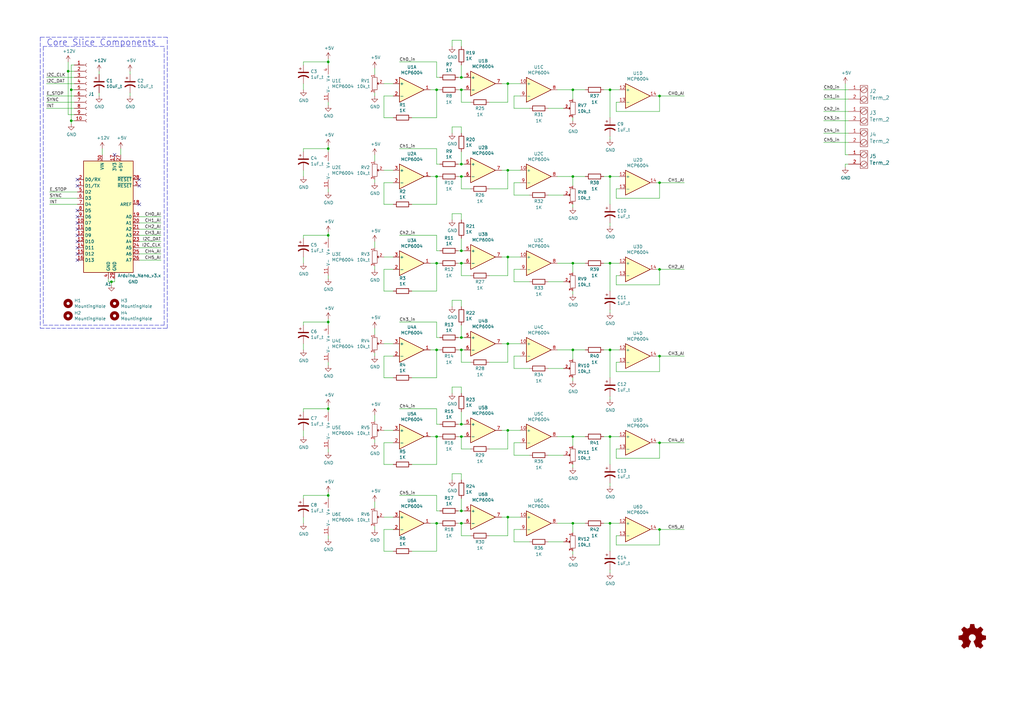
<source format=kicad_sch>
(kicad_sch (version 20231120) (generator "eeschema") (generator_version "8.0")
  (paper "A3")
  (junction (at 189.23 102.87))
  (junction (at 179.07 107.95))
  (junction (at 179.07 179.07))
  (junction (at 134.62 203.2))
  (junction (at 234.95 72.39))
  (junction (at 189.23 143.51))
  (junction (at 179.07 36.83))
  (junction (at 189.23 173.99))
  (junction (at 234.95 143.51))
  (junction (at 270.51 146.05))
  (junction (at 234.95 214.63))
  (junction (at 179.07 72.39))
  (junction (at 250.19 107.95))
  (junction (at 234.95 179.07))
  (junction (at 189.23 209.55))
  (junction (at 134.62 25.4))
  (junction (at 29.21 49.53))
  (junction (at 189.23 138.43))
  (junction (at 270.51 181.61))
  (junction (at 179.07 214.63))
  (junction (at 250.19 36.83))
  (junction (at 208.28 105.41))
  (junction (at 250.19 72.39))
  (junction (at 27.94 29.21))
  (junction (at 208.28 69.85))
  (junction (at 134.62 60.96))
  (junction (at 234.95 107.95))
  (junction (at 134.62 132.08))
  (junction (at 179.07 143.51))
  (junction (at 208.28 176.53))
  (junction (at 234.95 36.83))
  (junction (at 189.23 72.39))
  (junction (at 270.51 39.37))
  (junction (at 270.51 74.93))
  (junction (at 45.72 115.57))
  (junction (at 250.19 214.63))
  (junction (at 29.21 36.83))
  (junction (at 189.23 36.83))
  (junction (at 189.23 107.95))
  (junction (at 189.23 31.75))
  (junction (at 250.19 143.51))
  (junction (at 270.51 110.49))
  (junction (at 208.28 34.29))
  (junction (at 189.23 214.63))
  (junction (at 189.23 179.07))
  (junction (at 208.28 212.09))
  (junction (at 189.23 67.31))
  (junction (at 250.19 179.07))
  (junction (at 134.62 96.52))
  (junction (at 134.62 167.64))
  (junction (at 208.28 140.97))
  (junction (at 270.51 217.17))
  (no_connect (at 57.15 76.2))
  (no_connect (at 31.75 76.2))
  (no_connect (at 31.75 99.06))
  (no_connect (at 31.75 86.36))
  (no_connect (at 31.75 88.9))
  (no_connect (at 46.99 63.5))
  (no_connect (at 31.75 104.14))
  (no_connect (at 31.75 93.98))
  (no_connect (at 31.75 73.66))
  (no_connect (at 57.15 83.82))
  (no_connect (at 57.15 73.66))
  (no_connect (at 31.75 96.52))
  (no_connect (at 31.75 91.44))
  (no_connect (at 31.75 101.6))
  (no_connect (at 31.75 106.68))
  (wire (pts (xy 252.73 45.72) (xy 270.51 45.72)))
  (wire (pts (xy 347.98 36.83) (xy 337.82 36.83)))
  (wire (pts (xy 180.34 107.95) (xy 179.07 107.95)))
  (wire (pts (xy 189.23 31.75) (xy 190.5 31.75)))
  (wire (pts (xy 270.51 152.4) (xy 270.51 146.05)))
  (wire (pts (xy 157.48 154.94) (xy 157.48 146.05)))
  (wire (pts (xy 346.71 67.31) (xy 346.71 68.58)))
  (wire (pts (xy 179.07 36.83) (xy 176.53 36.83)))
  (wire (pts (xy 57.15 93.98) (xy 66.04 93.98)))
  (wire (pts (xy 240.03 214.63) (xy 234.95 214.63)))
  (wire (pts (xy 270.51 223.52) (xy 270.51 217.17)))
  (wire (pts (xy 270.51 110.49) (xy 269.24 110.49)))
  (wire (pts (xy 240.03 72.39) (xy 234.95 72.39)))
  (wire (pts (xy 53.34 39.37) (xy 53.34 38.1)))
  (wire (pts (xy 168.91 190.5) (xy 179.07 190.5)))
  (wire (pts (xy 210.82 74.93) (xy 213.36 74.93)))
  (wire (pts (xy 161.29 69.85) (xy 157.48 69.85)))
  (wire (pts (xy 187.96 36.83) (xy 189.23 36.83)))
  (wire (pts (xy 270.51 181.61) (xy 269.24 181.61)))
  (wire (pts (xy 124.46 105.41) (xy 124.46 107.95)))
  (wire (pts (xy 270.51 146.05) (xy 280.67 146.05)))
  (wire (pts (xy 213.36 105.41) (xy 208.28 105.41)))
  (wire (pts (xy 250.19 48.26) (xy 250.19 36.83)))
  (wire (pts (xy 19.05 41.91) (xy 30.48 41.91)))
  (wire (pts (xy 213.36 176.53) (xy 208.28 176.53)))
  (wire (pts (xy 163.83 167.64) (xy 179.07 167.64)))
  (wire (pts (xy 153.67 205.74) (xy 153.67 208.28)))
  (wire (pts (xy 124.46 133.35) (xy 124.46 132.08)))
  (wire (pts (xy 337.82 58.42) (xy 347.98 58.42)))
  (wire (pts (xy 134.62 130.81) (xy 134.62 132.08)))
  (wire (pts (xy 193.04 41.91) (xy 189.23 41.91)))
  (wire (pts (xy 185.42 123.19) (xy 189.23 123.19)))
  (wire (pts (xy 29.21 26.67) (xy 30.48 26.67)))
  (wire (pts (xy 179.07 83.82) (xy 179.07 72.39)))
  (wire (pts (xy 250.19 36.83) (xy 254 36.83)))
  (wire (pts (xy 179.07 107.95) (xy 176.53 107.95)))
  (wire (pts (xy 161.29 190.5) (xy 157.48 190.5)))
  (wire (pts (xy 270.51 110.49) (xy 280.67 110.49)))
  (wire (pts (xy 346.71 63.5) (xy 347.98 63.5)))
  (wire (pts (xy 163.83 203.2) (xy 179.07 203.2)))
  (wire (pts (xy 208.28 34.29) (xy 205.74 34.29)))
  (wire (pts (xy 234.95 214.63) (xy 228.6 214.63)))
  (wire (pts (xy 254 148.59) (xy 252.73 148.59)))
  (wire (pts (xy 124.46 167.64) (xy 134.62 167.64)))
  (wire (pts (xy 179.07 154.94) (xy 179.07 143.51)))
  (wire (pts (xy 161.29 105.41) (xy 157.48 105.41)))
  (wire (pts (xy 189.23 158.75) (xy 189.23 161.29)))
  (wire (pts (xy 153.67 39.37) (xy 153.67 38.1)))
  (wire (pts (xy 224.79 44.45) (xy 231.14 44.45)))
  (wire (pts (xy 213.36 140.97) (xy 208.28 140.97)))
  (wire (pts (xy 157.48 181.61) (xy 161.29 181.61)))
  (wire (pts (xy 210.82 80.01) (xy 210.82 74.93)))
  (wire (pts (xy 270.51 39.37) (xy 280.67 39.37)))
  (wire (pts (xy 234.95 147.32) (xy 234.95 143.51)))
  (wire (pts (xy 153.67 170.18) (xy 153.67 172.72)))
  (wire (pts (xy 250.19 83.82) (xy 250.19 72.39)))
  (wire (pts (xy 234.95 83.82) (xy 234.95 85.09)))
  (wire (pts (xy 270.51 217.17) (xy 280.67 217.17)))
  (wire (pts (xy 40.64 30.48) (xy 40.64 29.21)))
  (polyline (pts (xy 16.51 15.24) (xy 16.51 134.62)) (stroke (width 0) (type dash)))
  (wire (pts (xy 180.34 179.07) (xy 179.07 179.07)))
  (wire (pts (xy 250.19 199.39) (xy 250.19 198.12)))
  (wire (pts (xy 347.98 67.31) (xy 346.71 67.31)))
  (polyline (pts (xy 68.58 134.62) (xy 68.58 15.24)) (stroke (width 0) (type dash)))
  (wire (pts (xy 185.42 158.75) (xy 189.23 158.75)))
  (wire (pts (xy 168.91 226.06) (xy 179.07 226.06)))
  (wire (pts (xy 30.48 31.75) (xy 19.05 31.75)))
  (wire (pts (xy 247.65 179.07) (xy 250.19 179.07)))
  (wire (pts (xy 270.51 116.84) (xy 270.51 110.49)))
  (wire (pts (xy 161.29 34.29) (xy 157.48 34.29)))
  (wire (pts (xy 53.34 30.48) (xy 53.34 29.21)))
  (wire (pts (xy 250.19 179.07) (xy 254 179.07)))
  (wire (pts (xy 270.51 39.37) (xy 269.24 39.37)))
  (wire (pts (xy 189.23 148.59) (xy 189.23 143.51)))
  (wire (pts (xy 254 41.91) (xy 252.73 41.91)))
  (wire (pts (xy 124.46 212.09) (xy 124.46 214.63)))
  (wire (pts (xy 27.94 25.4) (xy 27.94 29.21)))
  (wire (pts (xy 124.46 140.97) (xy 124.46 143.51)))
  (wire (pts (xy 208.28 69.85) (xy 205.74 69.85)))
  (wire (pts (xy 185.42 194.31) (xy 189.23 194.31)))
  (wire (pts (xy 247.65 143.51) (xy 250.19 143.51)))
  (wire (pts (xy 153.67 99.06) (xy 153.67 101.6)))
  (wire (pts (xy 234.95 111.76) (xy 234.95 107.95)))
  (wire (pts (xy 234.95 107.95) (xy 228.6 107.95)))
  (wire (pts (xy 153.67 63.5) (xy 153.67 66.04)))
  (wire (pts (xy 210.82 151.13) (xy 210.82 146.05)))
  (wire (pts (xy 189.23 214.63) (xy 190.5 214.63)))
  (wire (pts (xy 157.48 190.5) (xy 157.48 181.61)))
  (wire (pts (xy 157.48 217.17) (xy 161.29 217.17)))
  (wire (pts (xy 189.23 16.51) (xy 189.23 19.05)))
  (wire (pts (xy 134.62 43.18) (xy 134.62 41.91)))
  (wire (pts (xy 157.48 83.82) (xy 157.48 74.93)))
  (wire (pts (xy 179.07 214.63) (xy 176.53 214.63)))
  (wire (pts (xy 179.07 179.07) (xy 176.53 179.07)))
  (wire (pts (xy 163.83 132.08) (xy 179.07 132.08)))
  (wire (pts (xy 224.79 222.25) (xy 231.14 222.25)))
  (wire (pts (xy 134.62 95.25) (xy 134.62 96.52)))
  (wire (pts (xy 189.23 41.91) (xy 189.23 36.83)))
  (wire (pts (xy 179.07 132.08) (xy 179.07 138.43)))
  (wire (pts (xy 187.96 209.55) (xy 189.23 209.55)))
  (wire (pts (xy 213.36 212.09) (xy 208.28 212.09)))
  (wire (pts (xy 134.62 201.93) (xy 134.62 203.2)))
  (wire (pts (xy 49.53 60.96) (xy 49.53 63.5)))
  (wire (pts (xy 179.07 203.2) (xy 179.07 209.55)))
  (wire (pts (xy 179.07 60.96) (xy 179.07 67.31)))
  (wire (pts (xy 134.62 132.08) (xy 134.62 133.35)))
  (wire (pts (xy 179.07 173.99) (xy 180.34 173.99)))
  (wire (pts (xy 200.66 184.15) (xy 208.28 184.15)))
  (wire (pts (xy 189.23 67.31) (xy 190.5 67.31)))
  (wire (pts (xy 252.73 223.52) (xy 270.51 223.52)))
  (wire (pts (xy 180.34 72.39) (xy 179.07 72.39)))
  (wire (pts (xy 179.07 72.39) (xy 176.53 72.39)))
  (wire (pts (xy 252.73 219.71) (xy 252.73 223.52)))
  (wire (pts (xy 179.07 190.5) (xy 179.07 179.07)))
  (wire (pts (xy 210.82 110.49) (xy 213.36 110.49)))
  (wire (pts (xy 224.79 115.57) (xy 231.14 115.57)))
  (wire (pts (xy 185.42 54.61) (xy 185.42 52.07)))
  (wire (pts (xy 337.82 40.64) (xy 347.98 40.64)))
  (wire (pts (xy 270.51 74.93) (xy 269.24 74.93)))
  (wire (pts (xy 157.48 110.49) (xy 161.29 110.49)))
  (wire (pts (xy 270.51 74.93) (xy 280.67 74.93)))
  (wire (pts (xy 187.96 107.95) (xy 189.23 107.95)))
  (wire (pts (xy 30.48 49.53) (xy 29.21 49.53)))
  (wire (pts (xy 250.19 226.06) (xy 250.19 214.63)))
  (wire (pts (xy 217.17 151.13) (xy 210.82 151.13)))
  (wire (pts (xy 57.15 88.9) (xy 66.04 88.9)))
  (wire (pts (xy 31.75 78.74) (xy 20.32 78.74)))
  (wire (pts (xy 224.79 80.01) (xy 231.14 80.01)))
  (wire (pts (xy 46.99 115.57) (xy 46.99 114.3)))
  (wire (pts (xy 208.28 219.71) (xy 208.28 212.09)))
  (wire (pts (xy 210.82 146.05) (xy 213.36 146.05)))
  (wire (pts (xy 189.23 184.15) (xy 189.23 179.07)))
  (wire (pts (xy 189.23 209.55) (xy 190.5 209.55)))
  (wire (pts (xy 157.48 146.05) (xy 161.29 146.05)))
  (wire (pts (xy 40.64 39.37) (xy 40.64 38.1)))
  (wire (pts (xy 250.19 107.95) (xy 254 107.95)))
  (wire (pts (xy 217.17 222.25) (xy 210.82 222.25)))
  (wire (pts (xy 193.04 219.71) (xy 189.23 219.71)))
  (wire (pts (xy 234.95 36.83) (xy 228.6 36.83)))
  (wire (pts (xy 189.23 168.91) (xy 189.23 173.99)))
  (wire (pts (xy 234.95 154.94) (xy 234.95 156.21)))
  (wire (pts (xy 250.19 214.63) (xy 254 214.63)))
  (wire (pts (xy 270.51 45.72) (xy 270.51 39.37)))
  (wire (pts (xy 153.67 27.94) (xy 153.67 30.48)))
  (wire (pts (xy 124.46 69.85) (xy 124.46 72.39)))
  (wire (pts (xy 157.48 226.06) (xy 157.48 217.17)))
  (wire (pts (xy 254 184.15) (xy 252.73 184.15)))
  (wire (pts (xy 57.15 104.14) (xy 66.04 104.14)))
  (wire (pts (xy 252.73 184.15) (xy 252.73 187.96)))
  (wire (pts (xy 153.67 217.17) (xy 153.67 215.9)))
  (wire (pts (xy 200.66 41.91) (xy 208.28 41.91)))
  (wire (pts (xy 161.29 226.06) (xy 157.48 226.06)))
  (wire (pts (xy 179.07 119.38) (xy 179.07 107.95)))
  (wire (pts (xy 240.03 179.07) (xy 234.95 179.07)))
  (wire (pts (xy 193.04 148.59) (xy 189.23 148.59)))
  (wire (pts (xy 208.28 105.41) (xy 205.74 105.41)))
  (wire (pts (xy 234.95 119.38) (xy 234.95 120.65)))
  (wire (pts (xy 193.04 77.47) (xy 189.23 77.47)))
  (wire (pts (xy 189.23 62.23) (xy 189.23 67.31)))
  (wire (pts (xy 124.46 96.52) (xy 134.62 96.52)))
  (wire (pts (xy 189.23 138.43) (xy 190.5 138.43)))
  (wire (pts (xy 254 113.03) (xy 252.73 113.03)))
  (wire (pts (xy 247.65 72.39) (xy 250.19 72.39)))
  (wire (pts (xy 66.04 99.06) (xy 57.15 99.06)))
  (wire (pts (xy 189.23 204.47) (xy 189.23 209.55)))
  (wire (pts (xy 30.48 36.83) (xy 29.21 36.83)))
  (wire (pts (xy 240.03 107.95) (xy 234.95 107.95)))
  (wire (pts (xy 29.21 36.83) (xy 29.21 26.67)))
  (wire (pts (xy 179.07 96.52) (xy 179.07 102.87)))
  (wire (pts (xy 30.48 46.99) (xy 27.94 46.99)))
  (wire (pts (xy 185.42 90.17) (xy 185.42 87.63)))
  (wire (pts (xy 19.05 44.45) (xy 30.48 44.45)))
  (wire (pts (xy 234.95 226.06) (xy 234.95 227.33)))
  (wire (pts (xy 210.82 181.61) (xy 213.36 181.61)))
  (wire (pts (xy 124.46 62.23) (xy 124.46 60.96)))
  (wire (pts (xy 124.46 203.2) (xy 134.62 203.2)))
  (wire (pts (xy 193.04 184.15) (xy 189.23 184.15)))
  (wire (pts (xy 250.19 92.71) (xy 250.19 91.44)))
  (wire (pts (xy 252.73 152.4) (xy 270.51 152.4)))
  (wire (pts (xy 157.48 39.37) (xy 161.29 39.37)))
  (wire (pts (xy 153.67 74.93) (xy 153.67 73.66)))
  (wire (pts (xy 208.28 148.59) (xy 208.28 140.97)))
  (wire (pts (xy 200.66 113.03) (xy 208.28 113.03)))
  (wire (pts (xy 57.15 96.52) (xy 66.04 96.52)))
  (wire (pts (xy 187.96 179.07) (xy 189.23 179.07)))
  (wire (pts (xy 57.15 101.6) (xy 66.04 101.6)))
  (wire (pts (xy 252.73 113.03) (xy 252.73 116.84)))
  (wire (pts (xy 217.17 80.01) (xy 210.82 80.01)))
  (wire (pts (xy 234.95 179.07) (xy 228.6 179.07)))
  (wire (pts (xy 208.28 113.03) (xy 208.28 105.41)))
  (polyline (pts (xy 68.58 15.24) (xy 16.51 15.24)) (stroke (width 0) (type dash)))
  (wire (pts (xy 189.23 52.07) (xy 189.23 54.61)))
  (wire (pts (xy 163.83 60.96) (xy 179.07 60.96)))
  (wire (pts (xy 270.51 146.05) (xy 269.24 146.05)))
  (wire (pts (xy 250.19 154.94) (xy 250.19 143.51)))
  (wire (pts (xy 247.65 36.83) (xy 250.19 36.83)))
  (wire (pts (xy 45.72 115.57) (xy 46.99 115.57)))
  (wire (pts (xy 240.03 143.51) (xy 234.95 143.51)))
  (wire (pts (xy 213.36 69.85) (xy 208.28 69.85)))
  (wire (pts (xy 208.28 176.53) (xy 205.74 176.53)))
  (wire (pts (xy 179.07 67.31) (xy 180.34 67.31)))
  (wire (pts (xy 180.34 214.63) (xy 179.07 214.63)))
  (wire (pts (xy 187.96 214.63) (xy 189.23 214.63)))
  (wire (pts (xy 57.15 106.68) (xy 66.04 106.68)))
  (wire (pts (xy 252.73 116.84) (xy 270.51 116.84)))
  (wire (pts (xy 234.95 48.26) (xy 234.95 49.53)))
  (wire (pts (xy 210.82 115.57) (xy 210.82 110.49)))
  (wire (pts (xy 179.07 138.43) (xy 180.34 138.43)))
  (wire (pts (xy 134.62 25.4) (xy 134.62 26.67)))
  (wire (pts (xy 27.94 46.99) (xy 27.94 29.21)))
  (wire (pts (xy 161.29 119.38) (xy 157.48 119.38)))
  (wire (pts (xy 153.67 146.05) (xy 153.67 144.78)))
  (wire (pts (xy 189.23 123.19) (xy 189.23 125.73)))
  (wire (pts (xy 124.46 34.29) (xy 124.46 36.83)))
  (wire (pts (xy 189.23 194.31) (xy 189.23 196.85)))
  (wire (pts (xy 29.21 49.53) (xy 29.21 36.83)))
  (wire (pts (xy 187.96 102.87) (xy 189.23 102.87)))
  (wire (pts (xy 208.28 184.15) (xy 208.28 176.53)))
  (wire (pts (xy 179.07 167.64) (xy 179.07 173.99)))
  (wire (pts (xy 252.73 81.28) (xy 270.51 81.28)))
  (wire (pts (xy 208.28 41.91) (xy 208.28 34.29)))
  (wire (pts (xy 134.62 60.96) (xy 134.62 62.23)))
  (wire (pts (xy 134.62 114.3) (xy 134.62 113.03)))
  (wire (pts (xy 134.62 24.13) (xy 134.62 25.4)))
  (wire (pts (xy 168.91 48.26) (xy 179.07 48.26)))
  (wire (pts (xy 161.29 176.53) (xy 157.48 176.53)))
  (wire (pts (xy 247.65 214.63) (xy 250.19 214.63)))
  (wire (pts (xy 185.42 125.73) (xy 185.42 123.19)))
  (wire (pts (xy 20.32 83.82) (xy 31.75 83.82)))
  (wire (pts (xy 208.28 212.09) (xy 205.74 212.09)))
  (wire (pts (xy 179.07 48.26) (xy 179.07 36.83)))
  (wire (pts (xy 157.48 74.93) (xy 161.29 74.93)))
  (wire (pts (xy 200.66 148.59) (xy 208.28 148.59)))
  (wire (pts (xy 41.91 60.96) (xy 41.91 63.5)))
  (wire (pts (xy 200.66 219.71) (xy 208.28 219.71)))
  (wire (pts (xy 153.67 134.62) (xy 153.67 137.16)))
  (wire (pts (xy 210.82 39.37) (xy 213.36 39.37)))
  (wire (pts (xy 124.46 168.91) (xy 124.46 167.64)))
  (wire (pts (xy 210.82 222.25) (xy 210.82 217.17)))
  (wire (pts (xy 189.23 77.47) (xy 189.23 72.39)))
  (wire (pts (xy 234.95 182.88) (xy 234.95 179.07)))
  (wire (pts (xy 124.46 97.79) (xy 124.46 96.52)))
  (wire (pts (xy 179.07 25.4) (xy 179.07 31.75)))
  (wire (pts (xy 134.62 220.98) (xy 134.62 219.71)))
  (wire (pts (xy 124.46 26.67) (xy 124.46 25.4)))
  (wire (pts (xy 163.83 96.52) (xy 179.07 96.52)))
  (wire (pts (xy 347.98 45.72) (xy 337.82 45.72)))
  (wire (pts (xy 134.62 149.86) (xy 134.62 148.59)))
  (wire (pts (xy 189.23 72.39) (xy 190.5 72.39)))
  (wire (pts (xy 250.19 234.95) (xy 250.19 233.68)))
  (wire (pts (xy 208.28 140.97) (xy 205.74 140.97)))
  (wire (pts (xy 252.73 187.96) (xy 270.51 187.96)))
  (wire (pts (xy 163.83 25.4) (xy 179.07 25.4)))
  (wire (pts (xy 346.71 34.29) (xy 346.71 63.5)))
  (wire (pts (xy 187.96 138.43) (xy 189.23 138.43)))
  (wire (pts (xy 134.62 185.42) (xy 134.62 184.15)))
  (wire (pts (xy 210.82 186.69) (xy 210.82 181.61)))
  (wire (pts (xy 45.72 115.57) (xy 45.72 116.84)))
  (wire (pts (xy 185.42 16.51) (xy 189.23 16.51)))
  (wire (pts (xy 180.34 143.51) (xy 179.07 143.51)))
  (polyline (pts (xy 16.51 134.62) (xy 68.58 134.62)) (stroke (width 0) (type dash)))
  (wire (pts (xy 189.23 219.71) (xy 189.23 214.63)))
  (wire (pts (xy 185.42 52.07) (xy 189.23 52.07)))
  (wire (pts (xy 217.17 115.57) (xy 210.82 115.57)))
  (polyline (pts (xy 17.78 19.05) (xy 17.78 133.35)) (stroke (width 0) (type dash)))
  (wire (pts (xy 161.29 140.97) (xy 157.48 140.97)))
  (wire (pts (xy 254 219.71) (xy 252.73 219.71)))
  (wire (pts (xy 185.42 19.05) (xy 185.42 16.51)))
  (wire (pts (xy 19.05 34.29) (xy 30.48 34.29)))
  (wire (pts (xy 161.29 48.26) (xy 157.48 48.26)))
  (wire (pts (xy 157.48 48.26) (xy 157.48 39.37)))
  (wire (pts (xy 44.45 115.57) (xy 45.72 115.57)))
  (wire (pts (xy 124.46 132.08) (xy 134.62 132.08)))
  (wire (pts (xy 187.96 72.39) (xy 189.23 72.39)))
  (wire (pts (xy 234.95 143.51) (xy 228.6 143.51)))
  (wire (pts (xy 217.17 44.45) (xy 210.82 44.45)))
  (wire (pts (xy 179.07 209.55) (xy 180.34 209.55)))
  (wire (pts (xy 161.29 212.09) (xy 157.48 212.09)))
  (wire (pts (xy 250.19 143.51) (xy 254 143.51)))
  (wire (pts (xy 187.96 31.75) (xy 189.23 31.75)))
  (wire (pts (xy 210.82 44.45) (xy 210.82 39.37)))
  (wire (pts (xy 185.42 196.85) (xy 185.42 194.31)))
  (wire (pts (xy 250.19 72.39) (xy 254 72.39)))
  (wire (pts (xy 250.19 128.27) (xy 250.19 127)))
  (wire (pts (xy 124.46 25.4) (xy 134.62 25.4)))
  (polyline (pts (xy 67.31 133.35) (xy 67.31 19.05)) (stroke (width 0) (type dash)))
  (wire (pts (xy 189.23 36.83) (xy 190.5 36.83)))
  (wire (pts (xy 153.67 181.61) (xy 153.67 180.34)))
  (wire (pts (xy 161.29 83.82) (xy 157.48 83.82)))
  (wire (pts (xy 270.51 81.28) (xy 270.51 74.93)))
  (wire (pts (xy 252.73 148.59) (xy 252.73 152.4)))
  (wire (pts (xy 210.82 217.17) (xy 213.36 217.17)))
  (wire (pts (xy 208.28 77.47) (xy 208.28 69.85)))
  (wire (pts (xy 234.95 72.39) (xy 228.6 72.39)))
  (wire (pts (xy 124.46 176.53) (xy 124.46 179.07)))
  (wire (pts (xy 134.62 78.74) (xy 134.62 77.47)))
  (wire (pts (xy 189.23 113.03) (xy 189.23 107.95)))
  (wire (pts (xy 189.23 143.51) (xy 190.5 143.51)))
  (wire (pts (xy 134.62 59.69) (xy 134.62 60.96)))
  (wire (pts (xy 224.79 151.13) (xy 231.14 151.13)))
  (wire (pts (xy 200.66 77.47) (xy 208.28 77.47)))
  (polyline (pts (xy 17.78 133.35) (xy 67.31 133.35)) (stroke (width 0) (type dash)))
  (wire (pts (xy 240.03 36.83) (xy 234.95 36.83)))
  (wire (pts (xy 185.42 161.29) (xy 185.42 158.75)))
  (wire (pts (xy 250.19 57.15) (xy 250.19 55.88)))
  (wire (pts (xy 124.46 204.47) (xy 124.46 203.2)))
  (wire (pts (xy 250.19 163.83) (xy 250.19 162.56)))
  (wire (pts (xy 252.73 77.47) (xy 252.73 81.28)))
  (wire (pts (xy 217.17 186.69) (xy 210.82 186.69)))
  (wire (pts (xy 270.51 187.96) (xy 270.51 181.61)))
  (wire (pts (xy 168.91 154.94) (xy 179.07 154.94)))
  (wire (pts (xy 179.07 102.87) (xy 180.34 102.87)))
  (wire (pts (xy 234.95 76.2) (xy 234.95 72.39)))
  (wire (pts (xy 189.23 133.35) (xy 189.23 138.43)))
  (wire (pts (xy 193.04 113.03) (xy 189.23 113.03)))
  (wire (pts (xy 250.19 190.5) (xy 250.19 179.07)))
  (wire (pts (xy 224.79 186.69) (xy 231.14 186.69)))
  (wire (pts (xy 134.62 96.52) (xy 134.62 97.79)))
  (wire (pts (xy 44.45 114.3) (xy 44.45 115.57)))
  (wire (pts (xy 187.96 173.99) (xy 189.23 173.99)))
  (wire (pts (xy 247.65 107.95) (xy 250.19 107.95)))
  (wire (pts (xy 134.62 166.37) (xy 134.62 167.64)))
  (wire (pts (xy 30.48 39.37) (xy 19.05 39.37)))
  (wire (pts (xy 168.91 83.82) (xy 179.07 83.82)))
  (wire (pts (xy 189.23 97.79) (xy 189.23 102.87)))
  (wire (pts (xy 180.34 36.83) (xy 179.07 36.83)))
  (wire (pts (xy 179.07 143.51) (xy 176.53 143.51)))
  (wire (pts (xy 179.07 31.75) (xy 180.34 31.75)))
  (wire (pts (xy 234.95 218.44) (xy 234.95 214.63)))
  (wire (pts (xy 270.51 181.61) (xy 280.67 181.61)))
  (wire (pts (xy 189.23 87.63) (xy 189.23 90.17)))
  (wire (pts (xy 187.96 143.51) (xy 189.23 143.51)))
  (wire (pts (xy 124.46 60.96) (xy 134.62 60.96)))
  (polyline (pts (xy 67.31 19.05) (xy 17.78 19.05)) (stroke (width 0) (type dash)))
  (wire (pts (xy 57.15 91.44) (xy 66.04 91.44)))
  (wire (pts (xy 134.62 203.2) (xy 134.62 204.47)))
  (wire (pts (xy 29.21 50.8) (xy 29.21 49.53)))
  (wire (pts (xy 179.07 226.06) (xy 179.07 214.63)))
  (wire (pts (xy 254 77.47) (xy 252.73 77.47)))
  (wire (pts (xy 187.96 67.31) (xy 189.23 67.31)))
  (wire (pts (xy 189.23 179.07) (xy 190.5 179.07)))
  (wire (pts (xy 185.42 87.63) (xy 189.23 87.63)))
  (wire (pts (xy 189.23 102.87) (xy 190.5 102.87)))
  (wire (pts (xy 20.32 81.28) (xy 31.75 81.28)))
  (wire (pts (xy 168.91 119.38) (xy 179.07 119.38)))
  (wire (pts (xy 27.94 29.21) (xy 30.48 29.21)))
  (wire (pts (xy 189.23 107.95) (xy 190.5 107.95)))
  (wire (pts (xy 250.19 119.38) (xy 250.19 107.95)))
  (wire (pts (xy 189.23 173.99) (xy 190.5 173.99)))
  (wire (pts (xy 153.67 110.49) (xy 153.67 109.22)))
  (wire (pts (xy 161.29 154.94) (xy 157.48 154.94)))
  (wire (pts (xy 189.23 26.67) (xy 189.23 31.75)))
  (wire (pts (xy 234.95 40.64) (xy 234.95 36.83)))
  (wire (pts (xy 347.98 54.61) (xy 337.82 54.61)))
  (wire (pts (xy 234.95 190.5) (xy 234.95 191.77)))
  (wire (pts (xy 337.82 49.53) (xy 347.98 49.53)))
  (wire (pts (xy 270.51 217.17) (xy 269.24 217.17)))
  (wire (pts (xy 252.73 41.91) (xy 252.73 45.72)))
  (wire (pts (xy 157.48 119.38) (xy 157.48 110.49)))
  (wire (pts (xy 134.62 167.64) (xy 134.62 168.91)))
  (wire (pts (xy 213.36 34.29) (xy 208.28 34.29)))
  (text "Core Slice Components" (at 19.05 19.05 0) (effects (font (size 2.54 2.54)) (justify left bottom)))
  (label "I2C_CLK" (at 66.04 101.6 180))
  (label "Ch3_in" (at 337.82 49.53 0))
  (label "CH3_AI" (at 66.04 96.52 180))
  (label "I2C_CLK" (at 19.05 31.75 0))
  (label "CH2_AI" (at 66.04 93.98 180))
  (label "Ch0_in" (at 337.82 36.83 0))
  (label "Ch2_in" (at 163.83 96.52 0))
  (label "CH1_AI" (at 280.67 74.93 180))
  (label "SYNC" (at 20.32 81.28 0))
  (label "CH0_AI" (at 66.04 88.9 180))
  (label "INT" (at 19.05 44.45 0))
  (label "E_STOP" (at 19.05 39.37 0))
  (label "Ch2_in" (at 337.82 45.72 0))
  (label "Ch5_in" (at 337.82 58.42 0))
  (label "CH4_AI" (at 66.04 104.14 180))
  (label "CH2_AI" (at 280.67 110.49 180))
  (label "CH5_AI" (at 280.67 217.17 180))
  (label "CH3_AI" (at 280.67 146.05 180))
  (label "E_STOP" (at 20.32 78.74 0))
  (label "Ch5_in" (at 163.83 203.2 0))
  (label "Ch1_in" (at 337.82 40.64 0))
  (label "Ch4_in" (at 163.83 167.64 0))
  (label "SYNC" (at 19.05 41.91 0))
  (label "I2C_DAT" (at 19.05 34.29 0))
  (label "I2C_DAT" (at 66.04 99.06 180))
  (label "Ch0_in" (at 163.83 25.4 0))
  (label "Ch1_in" (at 163.83 60.96 0))
  (label "CH5_AI" (at 66.04 106.68 180))
  (label "CH1_AI" (at 66.04 91.44 180))
  (label "CH4_AI" (at 280.67 181.61 180))
  (label "Ch3_in" (at 163.83 132.08 0))
  (label "INT" (at 20.32 83.82 0))
  (label "Ch4_in" (at 337.82 54.61 0))
  (label "CH0_AI" (at 280.67 39.37 180))
  (symbol (lib_id "power:GND") (at 45.72 116.84 0) (unit 1)
    (property "Reference" "#PWR06" (effects (hide yes)))
    (property "Value" "GND" (at 54.61 115.57 0))
  )
  (symbol (lib_id "power:+5V") (at 49.53 60.96 0) (unit 1)
    (property "Reference" "#PWR07" (effects (hide yes)))
    (property "Value" "+5V" (at 49.911 56.5658 0))
  )
  (symbol (lib_id "power:+12V") (at 41.91 60.96 0) (unit 1)
    (property "Reference" "#PWR05" (effects (hide yes)))
    (property "Value" "+12V" (at 42.291 56.5658 0))
  )
  (symbol (lib_id "BREAD_Slice-rescue:10uF_t-OCI_UPL_2_Capacitors") (at 40.64 34.29 0) (unit 1)
    (property "Reference" "C1" (at 43.561 33.1216 0) (effects (justify left)))
    (property "Value" "10uF_t" (at 43.561 35.433 0) (effects (justify left)))
    (property "Footprint" "OCI_UPL_FOOTPRINTS:C_2312" (effects (hide yes)))
    (property "Datasheet" "https://www.digikey.com/short/qcd8n7" (effects (hide yes)))
    (property "Part #" "T491C106K025AT" (effects (hide yes)))
    (property "UPL #" "2.021" (effects (hide yes)))
  )
  (symbol (lib_id "power:GND") (at 40.64 39.37 0) (unit 1)
    (property "Reference" "#PWR04" (effects (hide yes)))
    (property "Value" "GND" (at 40.767 43.7642 0))
  )
  (symbol (lib_id "Mechanical:MountingHole") (at 27.94 124.46 0) (unit 1)
    (property "Reference" "H1" (at 30.48 123.2916 0) (effects (justify left)))
    (property "Value" "MountingHole" (at 30.48 125.603 0) (effects (justify left)))
    (property "Footprint" "MountingHole:MountingHole_3.2mm_M3_DIN965_Pad" (effects (hide yes)))
  )
  (symbol (lib_id "Mechanical:MountingHole") (at 46.99 124.46 0) (unit 1)
    (property "Reference" "H3" (at 49.53 123.2916 0) (effects (justify left)))
    (property "Value" "MountingHole" (at 49.53 125.603 0) (effects (justify left)))
    (property "Footprint" "MountingHole:MountingHole_3.2mm_M3_DIN965_Pad" (effects (hide yes)))
  )
  (symbol (lib_id "Mechanical:MountingHole") (at 27.94 129.54 0) (unit 1)
    (property "Reference" "H2" (at 30.48 128.3716 0) (effects (justify left)))
    (property "Value" "MountingHole" (at 30.48 130.683 0) (effects (justify left)))
    (property "Footprint" "MountingHole:MountingHole_3.2mm_M3_DIN965_Pad" (effects (hide yes)))
  )
  (symbol (lib_id "Mechanical:MountingHole") (at 46.99 129.54 0) (unit 1)
    (property "Reference" "H4" (at 49.53 128.3716 0) (effects (justify left)))
    (property "Value" "MountingHole" (at 49.53 130.683 0) (effects (justify left)))
    (property "Footprint" "MountingHole:MountingHole_3.2mm_M3_DIN965_Pad" (effects (hide yes)))
  )
  (symbol (lib_id "MCU_Module:Arduino_Nano_v3.x") (at 44.45 88.9 0) (unit 1)
    (property "Reference" "A1" (at 44.45 116.5606 0))
    (property "Value" "Arduino_Nano_v3.x" (at 57.15 113.03 0))
    (property "Footprint" "Module:Arduino_Nano" (effects (hide yes)))
    (property "Datasheet" "http://www.mouser.com/pdfdocs/Gravitech_Arduino_Nano3_0.pdf" (effects (hide yes)))
  )
  (symbol (lib_id "Graphic:Logo_Open_Hardware_Small") (at 398.78 261.62 0) (unit 1)
    (property "Reference" "Logo1" (effects (hide yes)))
    (property "Value" "Logo_Open_Hardware_Small" (effects (hide yes)))
    (property "Footprint" "Symbol:OSHW-Symbol_6.7x6mm_SilkScreen" (effects (hide yes)))
  )
  (symbol (lib_id "Connector:Conn_01x10_Female") (at 35.56 36.83 0) (unit 1)
    (property "Reference" "J1" (at 36.2712 38.608 0) (effects (justify left)))
    (property "Value" "Conn_01x10_Female" (effects (hide yes)))
    (property "Footprint" "Connector_PinSocket_2.54mm:PinSocket_1x10_P2.54mm_Horizontal" (effects (hide yes)))
  )
  (symbol (lib_id "power:+12V") (at 27.94 25.4 0) (unit 1)
    (property "Reference" "#PWR01" (effects (hide yes)))
    (property "Value" "+12V" (at 28.321 21.0058 0))
  )
  (symbol (lib_id "power:GND") (at 29.21 50.8 0) (unit 1)
    (property "Reference" "#PWR02" (effects (hide yes)))
    (property "Value" "GND" (at 29.337 55.1942 0))
  )
  (symbol (lib_id "power:+12V") (at 40.64 29.21 0) (unit 1)
    (property "Reference" "#PWR03" (effects (hide yes)))
    (property "Value" "+12V" (at 41.021 24.8158 0))
  )
  (symbol (lib_id "BREAD_Slice-rescue:10uF_t-OCI_UPL_2_Capacitors") (at 53.34 34.29 0) (unit 1)
    (property "Reference" "C2" (at 56.261 33.1216 0) (effects (justify left)))
    (property "Value" "10uF_t" (at 56.261 35.433 0) (effects (justify left)))
    (property "Footprint" "OCI_UPL_FOOTPRINTS:C_2312" (effects (hide yes)))
    (property "Datasheet" "https://www.digikey.com/short/qcd8n7" (effects (hide yes)))
    (property "Part #" "T491C106K025AT" (effects (hide yes)))
    (property "UPL #" "2.021" (effects (hide yes)))
  )
  (symbol (lib_id "power:GND") (at 53.34 39.37 0) (unit 1)
    (property "Reference" "#PWR09" (effects (hide yes)))
    (property "Value" "GND" (at 53.467 43.7642 0))
  )
  (symbol (lib_id "power:+5V") (at 53.34 29.21 0) (unit 1)
    (property "Reference" "#PWR08" (effects (hide yes)))
    (property "Value" "+5V" (at 53.721 24.8158 0))
  )
  (symbol (lib_id "Amplifier_Operational:MCP6004") (at 168.91 36.83 0) (unit 1)
    (property "Reference" "U1" (at 168.91 27.5082 0))
    (property "Value" "MCP6004" (at 168.91 29.8196 0))
    (property "Footprint" "Package_DIP:DIP-14_W7.62mm_Socket_LongPads" (effects (hide yes)))
    (property "Datasheet" "http://ww1.microchip.com/downloads/en/DeviceDoc/21733j.pdf" (effects (hide yes)))
  )
  (symbol (lib_id "Amplifier_Operational:MCP6004") (at 198.12 34.29 0) (unit 2)
    (property "Reference" "U1" (at 198.12 24.9682 0))
    (property "Value" "MCP6004" (at 198.12 27.2796 0))
    (property "Footprint" "Package_DIP:DIP-14_W7.62mm_Socket_LongPads" (effects (hide yes)))
    (property "Datasheet" "http://ww1.microchip.com/downloads/en/DeviceDoc/21733j.pdf" (effects (hide yes)))
  )
  (symbol (lib_id "Amplifier_Operational:MCP6004") (at 220.98 36.83 0) (unit 3)
    (property "Reference" "U1" (at 220.98 27.5082 0))
    (property "Value" "MCP6004" (at 220.98 29.8196 0))
    (property "Footprint" "Package_DIP:DIP-14_W7.62mm_Socket_LongPads" (effects (hide yes)))
    (property "Datasheet" "http://ww1.microchip.com/downloads/en/DeviceDoc/21733j.pdf" (effects (hide yes)))
  )
  (symbol (lib_id "Amplifier_Operational:MCP6004") (at 261.62 39.37 0) (unit 4)
    (property "Reference" "U1" (at 261.62 30.0482 0))
    (property "Value" "MCP6004" (at 261.62 32.3596 0))
    (property "Footprint" "Package_DIP:DIP-14_W7.62mm_Socket_LongPads" (effects (hide yes)))
    (property "Datasheet" "http://ww1.microchip.com/downloads/en/DeviceDoc/21733j.pdf" (effects (hide yes)))
  )
  (symbol (lib_id "Amplifier_Operational:MCP6004") (at 137.16 34.29 0) (unit 5)
    (property "Reference" "U1" (at 136.0932 33.1216 0) (effects (justify left)))
    (property "Value" "MCP6004" (at 136.0932 35.433 0) (effects (justify left)))
    (property "Footprint" "Package_DIP:DIP-14_W7.62mm_Socket_LongPads" (effects (hide yes)))
    (property "Datasheet" "http://ww1.microchip.com/downloads/en/DeviceDoc/21733j.pdf" (effects (hide yes)))
  )
  (symbol (lib_id "BREAD_Slice-rescue:10k_t-OCI_UPL_1_Resistors") (at 153.67 34.29 270) (unit 1)
    (property "Reference" "RV1" (at 151.7142 33.1216 90) (effects (justify right)))
    (property "Value" "10k_t" (at 151.7142 35.433 90) (effects (justify right)))
    (property "Footprint" "OCI_UPL_FOOTPRINTS:Potentiometer_Bourns_3296W_3-8Zoll_Inline_ScrewUp" (effects (hide yes)))
    (property "Datasheet" "https://www.digikey.com/short/qt5j3q" (effects (hide yes)))
    (property "Part #" "1-1623849-0 " (effects (hide yes)))
    (property "UPL #" "1.070" (effects (hide yes)))
  )
  (symbol (lib_id "BREAD_Slice-rescue:1K-OCI_UPL_1_Resistors") (at 165.1 48.26 0) (unit 1)
    (property "Reference" "R1" (at 165.1 43.0022 0))
    (property "Value" "1K" (at 165.1 45.3136 0))
    (property "Footprint" "OCI_UPL_FOOTPRINTS:R_1206_HandSoldering" (effects (hide yes)))
    (property "Datasheet" "https://www.digikey.com/short/qczz1d" (effects (hide yes)))
    (property "Part #" "RC1206FR-071KL" (effects (hide yes)))
    (property "UPL #" "1.028" (effects (hide yes)))
  )
  (symbol (lib_id "power:+5V") (at 153.67 27.94 0) (unit 1)
    (property "Reference" "#PWR028" (effects (hide yes)))
    (property "Value" "+5V" (at 154.051 23.5458 0))
  )
  (symbol (lib_id "power:GND") (at 153.67 39.37 0) (unit 1)
    (property "Reference" "#PWR029" (effects (hide yes)))
    (property "Value" "GND" (at 153.797 43.7642 0))
  )
  (symbol (lib_id "BREAD_Slice-rescue:1K-OCI_UPL_1_Resistors") (at 184.15 36.83 0) (unit 1)
    (property "Reference" "R8" (at 184.15 39.37 0))
    (property "Value" "1K" (at 184.15 41.91 0))
    (property "Footprint" "OCI_UPL_FOOTPRINTS:R_1206_HandSoldering" (effects (hide yes)))
    (property "Datasheet" "https://www.digikey.com/short/qczz1d" (effects (hide yes)))
    (property "Part #" "RC1206FR-071KL" (effects (hide yes)))
    (property "UPL #" "1.028" (effects (hide yes)))
  )
  (symbol (lib_id "BREAD_Slice-rescue:1K-OCI_UPL_1_Resistors") (at 184.15 31.75 0) (unit 1)
    (property "Reference" "R7" (at 184.15 26.4922 0))
    (property "Value" "1K" (at 184.15 28.8036 0))
    (property "Footprint" "OCI_UPL_FOOTPRINTS:R_1206_HandSoldering" (effects (hide yes)))
    (property "Datasheet" "https://www.digikey.com/short/qczz1d" (effects (hide yes)))
    (property "Part #" "RC1206FR-071KL" (effects (hide yes)))
    (property "UPL #" "1.028" (effects (hide yes)))
  )
  (symbol (lib_id "BREAD_Slice-rescue:1K-OCI_UPL_1_Resistors") (at 189.23 22.86 270) (unit 1)
    (property "Reference" "R19" (at 191.008 21.6916 90) (effects (justify left)))
    (property "Value" "1K" (at 191.008 24.003 90) (effects (justify left)))
    (property "Footprint" "OCI_UPL_FOOTPRINTS:R_1206_HandSoldering" (effects (hide yes)))
    (property "Datasheet" "https://www.digikey.com/short/qczz1d" (effects (hide yes)))
    (property "Part #" "RC1206FR-071KL" (effects (hide yes)))
    (property "UPL #" "1.028" (effects (hide yes)))
  )
  (symbol (lib_id "power:GND") (at 185.42 19.05 0) (unit 1)
    (property "Reference" "#PWR040" (effects (hide yes)))
    (property "Value" "GND" (at 185.547 23.4442 0))
  )
  (symbol (lib_id "BREAD_Slice-rescue:1K-OCI_UPL_1_Resistors") (at 196.85 41.91 0) (unit 1)
    (property "Reference" "R25" (at 196.85 44.45 0))
    (property "Value" "1K" (at 196.85 46.99 0))
    (property "Footprint" "OCI_UPL_FOOTPRINTS:R_1206_HandSoldering" (effects (hide yes)))
    (property "Datasheet" "https://www.digikey.com/short/qczz1d" (effects (hide yes)))
    (property "Part #" "RC1206FR-071KL" (effects (hide yes)))
    (property "UPL #" "1.028" (effects (hide yes)))
  )
  (symbol (lib_id "BREAD_Slice-rescue:10k_t-OCI_UPL_1_Resistors") (at 234.95 44.45 90) (mirror x) (unit 1)
    (property "Reference" "RV7" (at 236.8804 43.2816 90) (effects (justify right)))
    (property "Value" "10k_t" (at 236.8804 45.593 90) (effects (justify right)))
    (property "Footprint" "OCI_UPL_FOOTPRINTS:Potentiometer_Bourns_3296W_3-8Zoll_Inline_ScrewUp" (effects (hide yes)))
    (property "Datasheet" "https://www.digikey.com/short/qt5j3q" (effects (hide yes)))
    (property "Part #" "1-1623849-0 " (effects (hide yes)))
    (property "UPL #" "1.070" (effects (hide yes)))
  )
  (symbol (lib_id "BREAD_Slice-rescue:1K-OCI_UPL_1_Resistors") (at 220.98 44.45 0) (unit 1)
    (property "Reference" "R31" (at 220.98 46.99 0))
    (property "Value" "1K" (at 220.98 49.53 0))
    (property "Footprint" "OCI_UPL_FOOTPRINTS:R_1206_HandSoldering" (effects (hide yes)))
    (property "Datasheet" "https://www.digikey.com/short/qczz1d" (effects (hide yes)))
    (property "Part #" "RC1206FR-071KL" (effects (hide yes)))
    (property "UPL #" "1.028" (effects (hide yes)))
  )
  (symbol (lib_id "BREAD_Slice-rescue:1K-OCI_UPL_1_Resistors") (at 243.84 36.83 0) (unit 1)
    (property "Reference" "R37" (at 243.84 39.37 0))
    (property "Value" "1K" (at 243.84 41.91 0))
    (property "Footprint" "OCI_UPL_FOOTPRINTS:R_1206_HandSoldering" (effects (hide yes)))
    (property "Datasheet" "https://www.digikey.com/short/qczz1d" (effects (hide yes)))
    (property "Part #" "RC1206FR-071KL" (effects (hide yes)))
    (property "UPL #" "1.028" (effects (hide yes)))
  )
  (symbol (lib_id "power:GND") (at 250.19 57.15 0) (unit 1)
    (property "Reference" "#PWR052" (effects (hide yes)))
    (property "Value" "GND" (at 250.317 61.5442 0))
  )
  (symbol (lib_id "power:GND") (at 134.62 43.18 0) (unit 1)
    (property "Reference" "#PWR017" (effects (hide yes)))
    (property "Value" "GND" (at 134.747 47.5742 0))
  )
  (symbol (lib_id "power:+5V") (at 134.62 24.13 0) (unit 1)
    (property "Reference" "#PWR016" (effects (hide yes)))
    (property "Value" "+5V" (at 135.001 19.7358 0))
  )
  (symbol (lib_id "BREAD_Slice-rescue:1uF_t-OCI_UPL_2_Capacitors") (at 124.46 30.48 0) (unit 1)
    (property "Reference" "C3" (at 127.381 29.3116 0) (effects (justify left)))
    (property "Value" "1uF_t" (at 127.381 31.623 0) (effects (justify left)))
    (property "Footprint" "OCI_UPL_FOOTPRINTS:C_1206_HandSoldering" (effects (hide yes)))
    (property "Datasheet" "https://www.digikey.com/short/qcd8w2" (effects (hide yes)))
    (property "Part #" "T491A105K025AT" (effects (hide yes)))
    (property "UPL #" "2.019" (effects (hide yes)))
  )
  (symbol (lib_id "BREAD_Slice-rescue:1uF_t-OCI_UPL_2_Capacitors") (at 250.19 52.07 0) (unit 1)
    (property "Reference" "C9" (at 253.111 50.9016 0) (effects (justify left)))
    (property "Value" "1uF_t" (at 253.111 53.213 0) (effects (justify left)))
    (property "Footprint" "OCI_UPL_FOOTPRINTS:C_1206_HandSoldering" (effects (hide yes)))
    (property "Datasheet" "https://www.digikey.com/short/qcd8w2" (effects (hide yes)))
    (property "Part #" "T491A105K025AT" (effects (hide yes)))
    (property "UPL #" "2.019" (effects (hide yes)))
  )
  (symbol (lib_id "power:GND") (at 124.46 36.83 0) (unit 1)
    (property "Reference" "#PWR010" (effects (hide yes)))
    (property "Value" "GND" (at 124.587 41.2242 0))
  )
  (symbol (lib_id "power:GND") (at 234.95 49.53 0) (unit 1)
    (property "Reference" "#PWR046" (effects (hide yes)))
    (property "Value" "GND" (at 235.077 53.9242 0))
  )
  (symbol (lib_id "Amplifier_Operational:MCP6004") (at 168.91 72.39 0) (unit 1)
    (property "Reference" "U2" (at 168.91 63.0682 0))
    (property "Value" "MCP6004" (at 168.91 65.3796 0))
    (property "Footprint" "Package_DIP:DIP-14_W7.62mm_Socket_LongPads" (effects (hide yes)))
    (property "Datasheet" "http://ww1.microchip.com/downloads/en/DeviceDoc/21733j.pdf" (effects (hide yes)))
  )
  (symbol (lib_id "Amplifier_Operational:MCP6004") (at 198.12 69.85 0) (unit 2)
    (property "Reference" "U2" (at 198.12 60.5282 0))
    (property "Value" "MCP6004" (at 198.12 62.8396 0))
    (property "Footprint" "Package_DIP:DIP-14_W7.62mm_Socket_LongPads" (effects (hide yes)))
    (property "Datasheet" "http://ww1.microchip.com/downloads/en/DeviceDoc/21733j.pdf" (effects (hide yes)))
  )
  (symbol (lib_id "Amplifier_Operational:MCP6004") (at 220.98 72.39 0) (unit 3)
    (property "Reference" "U2" (at 220.98 63.0682 0))
    (property "Value" "MCP6004" (at 220.98 65.3796 0))
    (property "Footprint" "Package_DIP:DIP-14_W7.62mm_Socket_LongPads" (effects (hide yes)))
    (property "Datasheet" "http://ww1.microchip.com/downloads/en/DeviceDoc/21733j.pdf" (effects (hide yes)))
  )
  (symbol (lib_id "Amplifier_Operational:MCP6004") (at 261.62 74.93 0) (unit 4)
    (property "Reference" "U2" (at 261.62 65.6082 0))
    (property "Value" "MCP6004" (at 261.62 67.9196 0))
    (property "Footprint" "Package_DIP:DIP-14_W7.62mm_Socket_LongPads" (effects (hide yes)))
    (property "Datasheet" "http://ww1.microchip.com/downloads/en/DeviceDoc/21733j.pdf" (effects (hide yes)))
  )
  (symbol (lib_id "Amplifier_Operational:MCP6004") (at 137.16 69.85 0) (unit 5)
    (property "Reference" "U2" (at 136.0932 68.6816 0) (effects (justify left)))
    (property "Value" "MCP6004" (at 136.0932 70.993 0) (effects (justify left)))
    (property "Footprint" "Package_DIP:DIP-14_W7.62mm_Socket_LongPads" (effects (hide yes)))
    (property "Datasheet" "http://ww1.microchip.com/downloads/en/DeviceDoc/21733j.pdf" (effects (hide yes)))
  )
  (symbol (lib_id "BREAD_Slice-rescue:10k_t-OCI_UPL_1_Resistors") (at 153.67 69.85 270) (unit 1)
    (property "Reference" "RV2" (at 151.7142 68.6816 90) (effects (justify right)))
    (property "Value" "10k_t" (at 151.7142 70.993 90) (effects (justify right)))
    (property "Footprint" "OCI_UPL_FOOTPRINTS:Potentiometer_Bourns_3296W_3-8Zoll_Inline_ScrewUp" (effects (hide yes)))
    (property "Datasheet" "https://www.digikey.com/short/qt5j3q" (effects (hide yes)))
    (property "Part #" "1-1623849-0 " (effects (hide yes)))
    (property "UPL #" "1.070" (effects (hide yes)))
  )
  (symbol (lib_id "BREAD_Slice-rescue:1K-OCI_UPL_1_Resistors") (at 165.1 83.82 0) (unit 1)
    (property "Reference" "R2" (at 165.1 78.5622 0))
    (property "Value" "1K" (at 165.1 80.8736 0))
    (property "Footprint" "OCI_UPL_FOOTPRINTS:R_1206_HandSoldering" (effects (hide yes)))
    (property "Datasheet" "https://www.digikey.com/short/qczz1d" (effects (hide yes)))
    (property "Part #" "RC1206FR-071KL" (effects (hide yes)))
    (property "UPL #" "1.028" (effects (hide yes)))
  )
  (symbol (lib_id "power:+5V") (at 153.67 63.5 0) (unit 1)
    (property "Reference" "#PWR030" (effects (hide yes)))
    (property "Value" "+5V" (at 154.051 59.1058 0))
  )
  (symbol (lib_id "power:GND") (at 153.67 74.93 0) (unit 1)
    (property "Reference" "#PWR031" (effects (hide yes)))
    (property "Value" "GND" (at 153.797 79.3242 0))
  )
  (symbol (lib_id "BREAD_Slice-rescue:1K-OCI_UPL_1_Resistors") (at 184.15 72.39 0) (unit 1)
    (property "Reference" "R10" (at 184.15 74.93 0))
    (property "Value" "1K" (at 184.15 77.47 0))
    (property "Footprint" "OCI_UPL_FOOTPRINTS:R_1206_HandSoldering" (effects (hide yes)))
    (property "Datasheet" "https://www.digikey.com/short/qczz1d" (effects (hide yes)))
    (property "Part #" "RC1206FR-071KL" (effects (hide yes)))
    (property "UPL #" "1.028" (effects (hide yes)))
  )
  (symbol (lib_id "BREAD_Slice-rescue:1K-OCI_UPL_1_Resistors") (at 184.15 67.31 0) (unit 1)
    (property "Reference" "R9" (at 184.15 62.0522 0))
    (property "Value" "1K" (at 184.15 64.3636 0))
    (property "Footprint" "OCI_UPL_FOOTPRINTS:R_1206_HandSoldering" (effects (hide yes)))
    (property "Datasheet" "https://www.digikey.com/short/qczz1d" (effects (hide yes)))
    (property "Part #" "RC1206FR-071KL" (effects (hide yes)))
    (property "UPL #" "1.028" (effects (hide yes)))
  )
  (symbol (lib_id "BREAD_Slice-rescue:1K-OCI_UPL_1_Resistors") (at 189.23 58.42 270) (unit 1)
    (property "Reference" "R20" (at 191.008 57.2516 90) (effects (justify left)))
    (property "Value" "1K" (at 191.008 59.563 90) (effects (justify left)))
    (property "Footprint" "OCI_UPL_FOOTPRINTS:R_1206_HandSoldering" (effects (hide yes)))
    (property "Datasheet" "https://www.digikey.com/short/qczz1d" (effects (hide yes)))
    (property "Part #" "RC1206FR-071KL" (effects (hide yes)))
    (property "UPL #" "1.028" (effects (hide yes)))
  )
  (symbol (lib_id "power:GND") (at 185.42 54.61 0) (unit 1)
    (property "Reference" "#PWR041" (effects (hide yes)))
    (property "Value" "GND" (at 185.547 59.0042 0))
  )
  (symbol (lib_id "BREAD_Slice-rescue:1K-OCI_UPL_1_Resistors") (at 196.85 77.47 0) (unit 1)
    (property "Reference" "R26" (at 196.85 80.01 0))
    (property "Value" "1K" (at 196.85 82.55 0))
    (property "Footprint" "OCI_UPL_FOOTPRINTS:R_1206_HandSoldering" (effects (hide yes)))
    (property "Datasheet" "https://www.digikey.com/short/qczz1d" (effects (hide yes)))
    (property "Part #" "RC1206FR-071KL" (effects (hide yes)))
    (property "UPL #" "1.028" (effects (hide yes)))
  )
  (symbol (lib_id "BREAD_Slice-rescue:10k_t-OCI_UPL_1_Resistors") (at 234.95 80.01 90) (mirror x) (unit 1)
    (property "Reference" "RV8" (at 236.8804 78.8416 90) (effects (justify right)))
    (property "Value" "10k_t" (at 236.8804 81.153 90) (effects (justify right)))
    (property "Footprint" "OCI_UPL_FOOTPRINTS:Potentiometer_Bourns_3296W_3-8Zoll_Inline_ScrewUp" (effects (hide yes)))
    (property "Datasheet" "https://www.digikey.com/short/qt5j3q" (effects (hide yes)))
    (property "Part #" "1-1623849-0 " (effects (hide yes)))
    (property "UPL #" "1.070" (effects (hide yes)))
  )
  (symbol (lib_id "BREAD_Slice-rescue:1K-OCI_UPL_1_Resistors") (at 220.98 80.01 0) (unit 1)
    (property "Reference" "R32" (at 220.98 82.55 0))
    (property "Value" "1K" (at 220.98 85.09 0))
    (property "Footprint" "OCI_UPL_FOOTPRINTS:R_1206_HandSoldering" (effects (hide yes)))
    (property "Datasheet" "https://www.digikey.com/short/qczz1d" (effects (hide yes)))
    (property "Part #" "RC1206FR-071KL" (effects (hide yes)))
    (property "UPL #" "1.028" (effects (hide yes)))
  )
  (symbol (lib_id "BREAD_Slice-rescue:1K-OCI_UPL_1_Resistors") (at 243.84 72.39 0) (unit 1)
    (property "Reference" "R38" (at 243.84 74.93 0))
    (property "Value" "1K" (at 243.84 77.47 0))
    (property "Footprint" "OCI_UPL_FOOTPRINTS:R_1206_HandSoldering" (effects (hide yes)))
    (property "Datasheet" "https://www.digikey.com/short/qczz1d" (effects (hide yes)))
    (property "Part #" "RC1206FR-071KL" (effects (hide yes)))
    (property "UPL #" "1.028" (effects (hide yes)))
  )
  (symbol (lib_id "power:GND") (at 250.19 92.71 0) (unit 1)
    (property "Reference" "#PWR053" (effects (hide yes)))
    (property "Value" "GND" (at 250.317 97.1042 0))
  )
  (symbol (lib_id "power:GND") (at 134.62 78.74 0) (unit 1)
    (property "Reference" "#PWR019" (effects (hide yes)))
    (property "Value" "GND" (at 134.747 83.1342 0))
  )
  (symbol (lib_id "power:+5V") (at 134.62 59.69 0) (unit 1)
    (property "Reference" "#PWR018" (effects (hide yes)))
    (property "Value" "+5V" (at 135.001 55.2958 0))
  )
  (symbol (lib_id "BREAD_Slice-rescue:1uF_t-OCI_UPL_2_Capacitors") (at 124.46 66.04 0) (unit 1)
    (property "Reference" "C4" (at 127.381 64.8716 0) (effects (justify left)))
    (property "Value" "1uF_t" (at 127.381 67.183 0) (effects (justify left)))
    (property "Footprint" "OCI_UPL_FOOTPRINTS:C_1206_HandSoldering" (effects (hide yes)))
    (property "Datasheet" "https://www.digikey.com/short/qcd8w2" (effects (hide yes)))
    (property "Part #" "T491A105K025AT" (effects (hide yes)))
    (property "UPL #" "2.019" (effects (hide yes)))
  )
  (symbol (lib_id "BREAD_Slice-rescue:1uF_t-OCI_UPL_2_Capacitors") (at 250.19 87.63 0) (unit 1)
    (property "Reference" "C10" (at 253.111 86.4616 0) (effects (justify left)))
    (property "Value" "1uF_t" (at 253.111 88.773 0) (effects (justify left)))
    (property "Footprint" "OCI_UPL_FOOTPRINTS:C_1206_HandSoldering" (effects (hide yes)))
    (property "Datasheet" "https://www.digikey.com/short/qcd8w2" (effects (hide yes)))
    (property "Part #" "T491A105K025AT" (effects (hide yes)))
    (property "UPL #" "2.019" (effects (hide yes)))
  )
  (symbol (lib_id "power:GND") (at 124.46 72.39 0) (unit 1)
    (property "Reference" "#PWR011" (effects (hide yes)))
    (property "Value" "GND" (at 124.587 76.7842 0))
  )
  (symbol (lib_id "power:GND") (at 234.95 85.09 0) (unit 1)
    (property "Reference" "#PWR047" (effects (hide yes)))
    (property "Value" "GND" (at 235.077 89.4842 0))
  )
  (symbol (lib_id "Amplifier_Operational:MCP6004") (at 168.91 107.95 0) (unit 1)
    (property "Reference" "U3" (at 168.91 98.6282 0))
    (property "Value" "MCP6004" (at 168.91 100.9396 0))
    (property "Footprint" "Package_DIP:DIP-14_W7.62mm_Socket_LongPads" (effects (hide yes)))
    (property "Datasheet" "http://ww1.microchip.com/downloads/en/DeviceDoc/21733j.pdf" (effects (hide yes)))
  )
  (symbol (lib_id "Amplifier_Operational:MCP6004") (at 198.12 105.41 0) (unit 2)
    (property "Reference" "U3" (at 198.12 96.0882 0))
    (property "Value" "MCP6004" (at 198.12 98.3996 0))
    (property "Footprint" "Package_DIP:DIP-14_W7.62mm_Socket_LongPads" (effects (hide yes)))
    (property "Datasheet" "http://ww1.microchip.com/downloads/en/DeviceDoc/21733j.pdf" (effects (hide yes)))
  )
  (symbol (lib_id "Amplifier_Operational:MCP6004") (at 220.98 107.95 0) (unit 3)
    (property "Reference" "U3" (at 220.98 98.6282 0))
    (property "Value" "MCP6004" (at 220.98 100.9396 0))
    (property "Footprint" "Package_DIP:DIP-14_W7.62mm_Socket_LongPads" (effects (hide yes)))
    (property "Datasheet" "http://ww1.microchip.com/downloads/en/DeviceDoc/21733j.pdf" (effects (hide yes)))
  )
  (symbol (lib_id "Amplifier_Operational:MCP6004") (at 261.62 110.49 0) (unit 4)
    (property "Reference" "U3" (at 261.62 101.1682 0))
    (property "Value" "MCP6004" (at 261.62 103.4796 0))
    (property "Footprint" "Package_DIP:DIP-14_W7.62mm_Socket_LongPads" (effects (hide yes)))
    (property "Datasheet" "http://ww1.microchip.com/downloads/en/DeviceDoc/21733j.pdf" (effects (hide yes)))
  )
  (symbol (lib_id "Amplifier_Operational:MCP6004") (at 137.16 105.41 0) (unit 5)
    (property "Reference" "U3" (at 136.0932 104.2416 0) (effects (justify left)))
    (property "Value" "MCP6004" (at 136.0932 106.553 0) (effects (justify left)))
    (property "Footprint" "Package_DIP:DIP-14_W7.62mm_Socket_LongPads" (effects (hide yes)))
    (property "Datasheet" "http://ww1.microchip.com/downloads/en/DeviceDoc/21733j.pdf" (effects (hide yes)))
  )
  (symbol (lib_id "BREAD_Slice-rescue:10k_t-OCI_UPL_1_Resistors") (at 153.67 105.41 270) (unit 1)
    (property "Reference" "RV3" (at 151.7142 104.2416 90) (effects (justify right)))
    (property "Value" "10k_t" (at 151.7142 106.553 90) (effects (justify right)))
    (property "Footprint" "OCI_UPL_FOOTPRINTS:Potentiometer_Bourns_3296W_3-8Zoll_Inline_ScrewUp" (effects (hide yes)))
    (property "Datasheet" "https://www.digikey.com/short/qt5j3q" (effects (hide yes)))
    (property "Part #" "1-1623849-0 " (effects (hide yes)))
    (property "UPL #" "1.070" (effects (hide yes)))
  )
  (symbol (lib_id "BREAD_Slice-rescue:1K-OCI_UPL_1_Resistors") (at 165.1 119.38 0) (unit 1)
    (property "Reference" "R3" (at 165.1 114.1222 0))
    (property "Value" "1K" (at 165.1 116.4336 0))
    (property "Footprint" "OCI_UPL_FOOTPRINTS:R_1206_HandSoldering" (effects (hide yes)))
    (property "Datasheet" "https://www.digikey.com/short/qczz1d" (effects (hide yes)))
    (property "Part #" "RC1206FR-071KL" (effects (hide yes)))
    (property "UPL #" "1.028" (effects (hide yes)))
  )
  (symbol (lib_id "power:+5V") (at 153.67 99.06 0) (unit 1)
    (property "Reference" "#PWR032" (effects (hide yes)))
    (property "Value" "+5V" (at 154.051 94.6658 0))
  )
  (symbol (lib_id "power:GND") (at 153.67 110.49 0) (unit 1)
    (property "Reference" "#PWR033" (effects (hide yes)))
    (property "Value" "GND" (at 153.797 114.8842 0))
  )
  (symbol (lib_id "BREAD_Slice-rescue:1K-OCI_UPL_1_Resistors") (at 184.15 107.95 0) (unit 1)
    (property "Reference" "R12" (at 184.15 110.49 0))
    (property "Value" "1K" (at 184.15 113.03 0))
    (property "Footprint" "OCI_UPL_FOOTPRINTS:R_1206_HandSoldering" (effects (hide yes)))
    (property "Datasheet" "https://www.digikey.com/short/qczz1d" (effects (hide yes)))
    (property "Part #" "RC1206FR-071KL" (effects (hide yes)))
    (property "UPL #" "1.028" (effects (hide yes)))
  )
  (symbol (lib_id "BREAD_Slice-rescue:1K-OCI_UPL_1_Resistors") (at 184.15 102.87 0) (unit 1)
    (property "Reference" "R11" (at 184.15 97.6122 0))
    (property "Value" "1K" (at 184.15 99.9236 0))
    (property "Footprint" "OCI_UPL_FOOTPRINTS:R_1206_HandSoldering" (effects (hide yes)))
    (property "Datasheet" "https://www.digikey.com/short/qczz1d" (effects (hide yes)))
    (property "Part #" "RC1206FR-071KL" (effects (hide yes)))
    (property "UPL #" "1.028" (effects (hide yes)))
  )
  (symbol (lib_id "BREAD_Slice-rescue:1K-OCI_UPL_1_Resistors") (at 189.23 93.98 270) (unit 1)
    (property "Reference" "R21" (at 191.008 92.8116 90) (effects (justify left)))
    (property "Value" "1K" (at 191.008 95.123 90) (effects (justify left)))
    (property "Footprint" "OCI_UPL_FOOTPRINTS:R_1206_HandSoldering" (effects (hide yes)))
    (property "Datasheet" "https://www.digikey.com/short/qczz1d" (effects (hide yes)))
    (property "Part #" "RC1206FR-071KL" (effects (hide yes)))
    (property "UPL #" "1.028" (effects (hide yes)))
  )
  (symbol (lib_id "power:GND") (at 185.42 90.17 0) (unit 1)
    (property "Reference" "#PWR042" (effects (hide yes)))
    (property "Value" "GND" (at 185.547 94.5642 0))
  )
  (symbol (lib_id "BREAD_Slice-rescue:1K-OCI_UPL_1_Resistors") (at 196.85 113.03 0) (unit 1)
    (property "Reference" "R27" (at 196.85 115.57 0))
    (property "Value" "1K" (at 196.85 118.11 0))
    (property "Footprint" "OCI_UPL_FOOTPRINTS:R_1206_HandSoldering" (effects (hide yes)))
    (property "Datasheet" "https://www.digikey.com/short/qczz1d" (effects (hide yes)))
    (property "Part #" "RC1206FR-071KL" (effects (hide yes)))
    (property "UPL #" "1.028" (effects (hide yes)))
  )
  (symbol (lib_id "BREAD_Slice-rescue:10k_t-OCI_UPL_1_Resistors") (at 234.95 115.57 90) (mirror x) (unit 1)
    (property "Reference" "RV9" (at 236.8804 114.4016 90) (effects (justify right)))
    (property "Value" "10k_t" (at 236.8804 116.713 90) (effects (justify right)))
    (property "Footprint" "OCI_UPL_FOOTPRINTS:Potentiometer_Bourns_3296W_3-8Zoll_Inline_ScrewUp" (effects (hide yes)))
    (property "Datasheet" "https://www.digikey.com/short/qt5j3q" (effects (hide yes)))
    (property "Part #" "1-1623849-0 " (effects (hide yes)))
    (property "UPL #" "1.070" (effects (hide yes)))
  )
  (symbol (lib_id "BREAD_Slice-rescue:1K-OCI_UPL_1_Resistors") (at 220.98 115.57 0) (unit 1)
    (property "Reference" "R33" (at 220.98 118.11 0))
    (property "Value" "1K" (at 220.98 120.65 0))
    (property "Footprint" "OCI_UPL_FOOTPRINTS:R_1206_HandSoldering" (effects (hide yes)))
    (property "Datasheet" "https://www.digikey.com/short/qczz1d" (effects (hide yes)))
    (property "Part #" "RC1206FR-071KL" (effects (hide yes)))
    (property "UPL #" "1.028" (effects (hide yes)))
  )
  (symbol (lib_id "BREAD_Slice-rescue:1K-OCI_UPL_1_Resistors") (at 243.84 107.95 0) (unit 1)
    (property "Reference" "R39" (at 243.84 110.49 0))
    (property "Value" "1K" (at 243.84 113.03 0))
    (property "Footprint" "OCI_UPL_FOOTPRINTS:R_1206_HandSoldering" (effects (hide yes)))
    (property "Datasheet" "https://www.digikey.com/short/qczz1d" (effects (hide yes)))
    (property "Part #" "RC1206FR-071KL" (effects (hide yes)))
    (property "UPL #" "1.028" (effects (hide yes)))
  )
  (symbol (lib_id "power:GND") (at 250.19 128.27 0) (unit 1)
    (property "Reference" "#PWR054" (effects (hide yes)))
    (property "Value" "GND" (at 250.317 132.6642 0))
  )
  (symbol (lib_id "power:GND") (at 134.62 114.3 0) (unit 1)
    (property "Reference" "#PWR021" (effects (hide yes)))
    (property "Value" "GND" (at 134.747 118.6942 0))
  )
  (symbol (lib_id "power:+5V") (at 134.62 95.25 0) (unit 1)
    (property "Reference" "#PWR020" (effects (hide yes)))
    (property "Value" "+5V" (at 135.001 90.8558 0))
  )
  (symbol (lib_id "BREAD_Slice-rescue:1uF_t-OCI_UPL_2_Capacitors") (at 124.46 101.6 0) (unit 1)
    (property "Reference" "C5" (at 127.381 100.4316 0) (effects (justify left)))
    (property "Value" "1uF_t" (at 127.381 102.743 0) (effects (justify left)))
    (property "Footprint" "OCI_UPL_FOOTPRINTS:C_1206_HandSoldering" (effects (hide yes)))
    (property "Datasheet" "https://www.digikey.com/short/qcd8w2" (effects (hide yes)))
    (property "Part #" "T491A105K025AT" (effects (hide yes)))
    (property "UPL #" "2.019" (effects (hide yes)))
  )
  (symbol (lib_id "BREAD_Slice-rescue:1uF_t-OCI_UPL_2_Capacitors") (at 250.19 123.19 0) (unit 1)
    (property "Reference" "C11" (at 253.111 122.0216 0) (effects (justify left)))
    (property "Value" "1uF_t" (at 253.111 124.333 0) (effects (justify left)))
    (property "Footprint" "OCI_UPL_FOOTPRINTS:C_1206_HandSoldering" (effects (hide yes)))
    (property "Datasheet" "https://www.digikey.com/short/qcd8w2" (effects (hide yes)))
    (property "Part #" "T491A105K025AT" (effects (hide yes)))
    (property "UPL #" "2.019" (effects (hide yes)))
  )
  (symbol (lib_id "power:GND") (at 124.46 107.95 0) (unit 1)
    (property "Reference" "#PWR012" (effects (hide yes)))
    (property "Value" "GND" (at 124.587 112.3442 0))
  )
  (symbol (lib_id "power:GND") (at 234.95 120.65 0) (unit 1)
    (property "Reference" "#PWR048" (effects (hide yes)))
    (property "Value" "GND" (at 235.077 125.0442 0))
  )
  (symbol (lib_id "Amplifier_Operational:MCP6004") (at 168.91 143.51 0) (unit 1)
    (property "Reference" "U4" (at 168.91 134.1882 0))
    (property "Value" "MCP6004" (at 168.91 136.4996 0))
    (property "Footprint" "Package_DIP:DIP-14_W7.62mm_Socket_LongPads" (effects (hide yes)))
    (property "Datasheet" "http://ww1.microchip.com/downloads/en/DeviceDoc/21733j.pdf" (effects (hide yes)))
  )
  (symbol (lib_id "Amplifier_Operational:MCP6004") (at 198.12 140.97 0) (unit 2)
    (property "Reference" "U4" (at 198.12 131.6482 0))
    (property "Value" "MCP6004" (at 198.12 133.9596 0))
    (property "Footprint" "Package_DIP:DIP-14_W7.62mm_Socket_LongPads" (effects (hide yes)))
    (property "Datasheet" "http://ww1.microchip.com/downloads/en/DeviceDoc/21733j.pdf" (effects (hide yes)))
  )
  (symbol (lib_id "Amplifier_Operational:MCP6004") (at 220.98 143.51 0) (unit 3)
    (property "Reference" "U4" (at 220.98 134.1882 0))
    (property "Value" "MCP6004" (at 220.98 136.4996 0))
    (property "Footprint" "Package_DIP:DIP-14_W7.62mm_Socket_LongPads" (effects (hide yes)))
    (property "Datasheet" "http://ww1.microchip.com/downloads/en/DeviceDoc/21733j.pdf" (effects (hide yes)))
  )
  (symbol (lib_id "Amplifier_Operational:MCP6004") (at 261.62 146.05 0) (unit 4)
    (property "Reference" "U4" (at 261.62 136.7282 0))
    (property "Value" "MCP6004" (at 261.62 139.0396 0))
    (property "Footprint" "Package_DIP:DIP-14_W7.62mm_Socket_LongPads" (effects (hide yes)))
    (property "Datasheet" "http://ww1.microchip.com/downloads/en/DeviceDoc/21733j.pdf" (effects (hide yes)))
  )
  (symbol (lib_id "Amplifier_Operational:MCP6004") (at 137.16 140.97 0) (unit 5)
    (property "Reference" "U4" (at 136.0932 139.8016 0) (effects (justify left)))
    (property "Value" "MCP6004" (at 136.0932 142.113 0) (effects (justify left)))
    (property "Footprint" "Package_DIP:DIP-14_W7.62mm_Socket_LongPads" (effects (hide yes)))
    (property "Datasheet" "http://ww1.microchip.com/downloads/en/DeviceDoc/21733j.pdf" (effects (hide yes)))
  )
  (symbol (lib_id "BREAD_Slice-rescue:10k_t-OCI_UPL_1_Resistors") (at 153.67 140.97 270) (unit 1)
    (property "Reference" "RV4" (at 151.7142 139.8016 90) (effects (justify right)))
    (property "Value" "10k_t" (at 151.7142 142.113 90) (effects (justify right)))
    (property "Footprint" "OCI_UPL_FOOTPRINTS:Potentiometer_Bourns_3296W_3-8Zoll_Inline_ScrewUp" (effects (hide yes)))
    (property "Datasheet" "https://www.digikey.com/short/qt5j3q" (effects (hide yes)))
    (property "Part #" "1-1623849-0 " (effects (hide yes)))
    (property "UPL #" "1.070" (effects (hide yes)))
  )
  (symbol (lib_id "BREAD_Slice-rescue:1K-OCI_UPL_1_Resistors") (at 165.1 154.94 0) (unit 1)
    (property "Reference" "R4" (at 165.1 149.6822 0))
    (property "Value" "1K" (at 165.1 151.9936 0))
    (property "Footprint" "OCI_UPL_FOOTPRINTS:R_1206_HandSoldering" (effects (hide yes)))
    (property "Datasheet" "https://www.digikey.com/short/qczz1d" (effects (hide yes)))
    (property "Part #" "RC1206FR-071KL" (effects (hide yes)))
    (property "UPL #" "1.028" (effects (hide yes)))
  )
  (symbol (lib_id "power:+5V") (at 153.67 134.62 0) (unit 1)
    (property "Reference" "#PWR034" (effects (hide yes)))
    (property "Value" "+5V" (at 154.051 130.2258 0))
  )
  (symbol (lib_id "power:GND") (at 153.67 146.05 0) (unit 1)
    (property "Reference" "#PWR035" (effects (hide yes)))
    (property "Value" "GND" (at 153.797 150.4442 0))
  )
  (symbol (lib_id "BREAD_Slice-rescue:1K-OCI_UPL_1_Resistors") (at 184.15 143.51 0) (unit 1)
    (property "Reference" "R14" (at 184.15 146.05 0))
    (property "Value" "1K" (at 184.15 148.59 0))
    (property "Footprint" "OCI_UPL_FOOTPRINTS:R_1206_HandSoldering" (effects (hide yes)))
    (property "Datasheet" "https://www.digikey.com/short/qczz1d" (effects (hide yes)))
    (property "Part #" "RC1206FR-071KL" (effects (hide yes)))
    (property "UPL #" "1.028" (effects (hide yes)))
  )
  (symbol (lib_id "BREAD_Slice-rescue:1K-OCI_UPL_1_Resistors") (at 184.15 138.43 0) (unit 1)
    (property "Reference" "R13" (at 184.15 133.1722 0))
    (property "Value" "1K" (at 184.15 135.4836 0))
    (property "Footprint" "OCI_UPL_FOOTPRINTS:R_1206_HandSoldering" (effects (hide yes)))
    (property "Datasheet" "https://www.digikey.com/short/qczz1d" (effects (hide yes)))
    (property "Part #" "RC1206FR-071KL" (effects (hide yes)))
    (property "UPL #" "1.028" (effects (hide yes)))
  )
  (symbol (lib_id "BREAD_Slice-rescue:1K-OCI_UPL_1_Resistors") (at 189.23 129.54 270) (unit 1)
    (property "Reference" "R22" (at 191.008 128.3716 90) (effects (justify left)))
    (property "Value" "1K" (at 191.008 130.683 90) (effects (justify left)))
    (property "Footprint" "OCI_UPL_FOOTPRINTS:R_1206_HandSoldering" (effects (hide yes)))
    (property "Datasheet" "https://www.digikey.com/short/qczz1d" (effects (hide yes)))
    (property "Part #" "RC1206FR-071KL" (effects (hide yes)))
    (property "UPL #" "1.028" (effects (hide yes)))
  )
  (symbol (lib_id "power:GND") (at 185.42 125.73 0) (unit 1)
    (property "Reference" "#PWR043" (effects (hide yes)))
    (property "Value" "GND" (at 185.547 130.1242 0))
  )
  (symbol (lib_id "BREAD_Slice-rescue:1K-OCI_UPL_1_Resistors") (at 196.85 148.59 0) (unit 1)
    (property "Reference" "R28" (at 196.85 151.13 0))
    (property "Value" "1K" (at 196.85 153.67 0))
    (property "Footprint" "OCI_UPL_FOOTPRINTS:R_1206_HandSoldering" (effects (hide yes)))
    (property "Datasheet" "https://www.digikey.com/short/qczz1d" (effects (hide yes)))
    (property "Part #" "RC1206FR-071KL" (effects (hide yes)))
    (property "UPL #" "1.028" (effects (hide yes)))
  )
  (symbol (lib_id "BREAD_Slice-rescue:10k_t-OCI_UPL_1_Resistors") (at 234.95 151.13 90) (mirror x) (unit 1)
    (property "Reference" "RV10" (at 236.8804 149.9616 90) (effects (justify right)))
    (property "Value" "10k_t" (at 236.8804 152.273 90) (effects (justify right)))
    (property "Footprint" "OCI_UPL_FOOTPRINTS:Potentiometer_Bourns_3296W_3-8Zoll_Inline_ScrewUp" (effects (hide yes)))
    (property "Datasheet" "https://www.digikey.com/short/qt5j3q" (effects (hide yes)))
    (property "Part #" "1-1623849-0 " (effects (hide yes)))
    (property "UPL #" "1.070" (effects (hide yes)))
  )
  (symbol (lib_id "BREAD_Slice-rescue:1K-OCI_UPL_1_Resistors") (at 220.98 151.13 0) (unit 1)
    (property "Reference" "R34" (at 220.98 153.67 0))
    (property "Value" "1K" (at 220.98 156.21 0))
    (property "Footprint" "OCI_UPL_FOOTPRINTS:R_1206_HandSoldering" (effects (hide yes)))
    (property "Datasheet" "https://www.digikey.com/short/qczz1d" (effects (hide yes)))
    (property "Part #" "RC1206FR-071KL" (effects (hide yes)))
    (property "UPL #" "1.028" (effects (hide yes)))
  )
  (symbol (lib_id "BREAD_Slice-rescue:1K-OCI_UPL_1_Resistors") (at 243.84 143.51 0) (unit 1)
    (property "Reference" "R40" (at 243.84 146.05 0))
    (property "Value" "1K" (at 243.84 148.59 0))
    (property "Footprint" "OCI_UPL_FOOTPRINTS:R_1206_HandSoldering" (effects (hide yes)))
    (property "Datasheet" "https://www.digikey.com/short/qczz1d" (effects (hide yes)))
    (property "Part #" "RC1206FR-071KL" (effects (hide yes)))
    (property "UPL #" "1.028" (effects (hide yes)))
  )
  (symbol (lib_id "power:GND") (at 250.19 163.83 0) (unit 1)
    (property "Reference" "#PWR055" (effects (hide yes)))
    (property "Value" "GND" (at 250.317 168.2242 0))
  )
  (symbol (lib_id "power:GND") (at 134.62 149.86 0) (unit 1)
    (property "Reference" "#PWR023" (effects (hide yes)))
    (property "Value" "GND" (at 134.747 154.2542 0))
  )
  (symbol (lib_id "power:+5V") (at 134.62 130.81 0) (unit 1)
    (property "Reference" "#PWR022" (effects (hide yes)))
    (property "Value" "+5V" (at 135.001 126.4158 0))
  )
  (symbol (lib_id "BREAD_Slice-rescue:1uF_t-OCI_UPL_2_Capacitors") (at 124.46 137.16 0) (unit 1)
    (property "Reference" "C6" (at 127.381 135.9916 0) (effects (justify left)))
    (property "Value" "1uF_t" (at 127.381 138.303 0) (effects (justify left)))
    (property "Footprint" "OCI_UPL_FOOTPRINTS:C_1206_HandSoldering" (effects (hide yes)))
    (property "Datasheet" "https://www.digikey.com/short/qcd8w2" (effects (hide yes)))
    (property "Part #" "T491A105K025AT" (effects (hide yes)))
    (property "UPL #" "2.019" (effects (hide yes)))
  )
  (symbol (lib_id "BREAD_Slice-rescue:1uF_t-OCI_UPL_2_Capacitors") (at 250.19 158.75 0) (unit 1)
    (property "Reference" "C12" (at 253.111 157.5816 0) (effects (justify left)))
    (property "Value" "1uF_t" (at 253.111 159.893 0) (effects (justify left)))
    (property "Footprint" "OCI_UPL_FOOTPRINTS:C_1206_HandSoldering" (effects (hide yes)))
    (property "Datasheet" "https://www.digikey.com/short/qcd8w2" (effects (hide yes)))
    (property "Part #" "T491A105K025AT" (effects (hide yes)))
    (property "UPL #" "2.019" (effects (hide yes)))
  )
  (symbol (lib_id "power:GND") (at 124.46 143.51 0) (unit 1)
    (property "Reference" "#PWR013" (effects (hide yes)))
    (property "Value" "GND" (at 124.587 147.9042 0))
  )
  (symbol (lib_id "power:GND") (at 234.95 156.21 0) (unit 1)
    (property "Reference" "#PWR049" (effects (hide yes)))
    (property "Value" "GND" (at 235.077 160.6042 0))
  )
  (symbol (lib_id "Amplifier_Operational:MCP6004") (at 168.91 179.07 0) (unit 1)
    (property "Reference" "U5" (at 168.91 169.7482 0))
    (property "Value" "MCP6004" (at 168.91 172.0596 0))
    (property "Footprint" "Package_DIP:DIP-14_W7.62mm_Socket_LongPads" (effects (hide yes)))
    (property "Datasheet" "http://ww1.microchip.com/downloads/en/DeviceDoc/21733j.pdf" (effects (hide yes)))
  )
  (symbol (lib_id "Amplifier_Operational:MCP6004") (at 198.12 176.53 0) (unit 2)
    (property "Reference" "U5" (at 198.12 167.2082 0))
    (property "Value" "MCP6004" (at 198.12 169.5196 0))
    (property "Footprint" "Package_DIP:DIP-14_W7.62mm_Socket_LongPads" (effects (hide yes)))
    (property "Datasheet" "http://ww1.microchip.com/downloads/en/DeviceDoc/21733j.pdf" (effects (hide yes)))
  )
  (symbol (lib_id "Amplifier_Operational:MCP6004") (at 220.98 179.07 0) (unit 3)
    (property "Reference" "U5" (at 220.98 169.7482 0))
    (property "Value" "MCP6004" (at 220.98 172.0596 0))
    (property "Footprint" "Package_DIP:DIP-14_W7.62mm_Socket_LongPads" (effects (hide yes)))
    (property "Datasheet" "http://ww1.microchip.com/downloads/en/DeviceDoc/21733j.pdf" (effects (hide yes)))
  )
  (symbol (lib_id "Amplifier_Operational:MCP6004") (at 261.62 181.61 0) (unit 4)
    (property "Reference" "U5" (at 261.62 172.2882 0))
    (property "Value" "MCP6004" (at 261.62 174.5996 0))
    (property "Footprint" "Package_DIP:DIP-14_W7.62mm_Socket_LongPads" (effects (hide yes)))
    (property "Datasheet" "http://ww1.microchip.com/downloads/en/DeviceDoc/21733j.pdf" (effects (hide yes)))
  )
  (symbol (lib_id "Amplifier_Operational:MCP6004") (at 137.16 176.53 0) (unit 5)
    (property "Reference" "U5" (at 136.0932 175.3616 0) (effects (justify left)))
    (property "Value" "MCP6004" (at 136.0932 177.673 0) (effects (justify left)))
    (property "Footprint" "Package_DIP:DIP-14_W7.62mm_Socket_LongPads" (effects (hide yes)))
    (property "Datasheet" "http://ww1.microchip.com/downloads/en/DeviceDoc/21733j.pdf" (effects (hide yes)))
  )
  (symbol (lib_id "BREAD_Slice-rescue:10k_t-OCI_UPL_1_Resistors") (at 153.67 176.53 270) (unit 1)
    (property "Reference" "RV5" (at 151.7142 175.3616 90) (effects (justify right)))
    (property "Value" "10k_t" (at 151.7142 177.673 90) (effects (justify right)))
    (property "Footprint" "OCI_UPL_FOOTPRINTS:Potentiometer_Bourns_3296W_3-8Zoll_Inline_ScrewUp" (effects (hide yes)))
    (property "Datasheet" "https://www.digikey.com/short/qt5j3q" (effects (hide yes)))
    (property "Part #" "1-1623849-0 " (effects (hide yes)))
    (property "UPL #" "1.070" (effects (hide yes)))
  )
  (symbol (lib_id "BREAD_Slice-rescue:1K-OCI_UPL_1_Resistors") (at 165.1 190.5 0) (unit 1)
    (property "Reference" "R5" (at 165.1 185.2422 0))
    (property "Value" "1K" (at 165.1 187.5536 0))
    (property "Footprint" "OCI_UPL_FOOTPRINTS:R_1206_HandSoldering" (effects (hide yes)))
    (property "Datasheet" "https://www.digikey.com/short/qczz1d" (effects (hide yes)))
    (property "Part #" "RC1206FR-071KL" (effects (hide yes)))
    (property "UPL #" "1.028" (effects (hide yes)))
  )
  (symbol (lib_id "power:+5V") (at 153.67 170.18 0) (unit 1)
    (property "Reference" "#PWR036" (effects (hide yes)))
    (property "Value" "+5V" (at 154.051 165.7858 0))
  )
  (symbol (lib_id "power:GND") (at 153.67 181.61 0) (unit 1)
    (property "Reference" "#PWR037" (effects (hide yes)))
    (property "Value" "GND" (at 153.797 186.0042 0))
  )
  (symbol (lib_id "BREAD_Slice-rescue:1K-OCI_UPL_1_Resistors") (at 184.15 179.07 0) (unit 1)
    (property "Reference" "R16" (at 184.15 181.61 0))
    (property "Value" "1K" (at 184.15 184.15 0))
    (property "Footprint" "OCI_UPL_FOOTPRINTS:R_1206_HandSoldering" (effects (hide yes)))
    (property "Datasheet" "https://www.digikey.com/short/qczz1d" (effects (hide yes)))
    (property "Part #" "RC1206FR-071KL" (effects (hide yes)))
    (property "UPL #" "1.028" (effects (hide yes)))
  )
  (symbol (lib_id "BREAD_Slice-rescue:1K-OCI_UPL_1_Resistors") (at 184.15 173.99 0) (unit 1)
    (property "Reference" "R15" (at 184.15 168.7322 0))
    (property "Value" "1K" (at 184.15 171.0436 0))
    (property "Footprint" "OCI_UPL_FOOTPRINTS:R_1206_HandSoldering" (effects (hide yes)))
    (property "Datasheet" "https://www.digikey.com/short/qczz1d" (effects (hide yes)))
    (property "Part #" "RC1206FR-071KL" (effects (hide yes)))
    (property "UPL #" "1.028" (effects (hide yes)))
  )
  (symbol (lib_id "BREAD_Slice-rescue:1K-OCI_UPL_1_Resistors") (at 189.23 165.1 270) (unit 1)
    (property "Reference" "R23" (at 191.008 163.9316 90) (effects (justify left)))
    (property "Value" "1K" (at 191.008 166.243 90) (effects (justify left)))
    (property "Footprint" "OCI_UPL_FOOTPRINTS:R_1206_HandSoldering" (effects (hide yes)))
    (property "Datasheet" "https://www.digikey.com/short/qczz1d" (effects (hide yes)))
    (property "Part #" "RC1206FR-071KL" (effects (hide yes)))
    (property "UPL #" "1.028" (effects (hide yes)))
  )
  (symbol (lib_id "power:GND") (at 185.42 161.29 0) (unit 1)
    (property "Reference" "#PWR044" (effects (hide yes)))
    (property "Value" "GND" (at 185.547 165.6842 0))
  )
  (symbol (lib_id "BREAD_Slice-rescue:1K-OCI_UPL_1_Resistors") (at 196.85 184.15 0) (unit 1)
    (property "Reference" "R29" (at 196.85 186.69 0))
    (property "Value" "1K" (at 196.85 189.23 0))
    (property "Footprint" "OCI_UPL_FOOTPRINTS:R_1206_HandSoldering" (effects (hide yes)))
    (property "Datasheet" "https://www.digikey.com/short/qczz1d" (effects (hide yes)))
    (property "Part #" "RC1206FR-071KL" (effects (hide yes)))
    (property "UPL #" "1.028" (effects (hide yes)))
  )
  (symbol (lib_id "BREAD_Slice-rescue:10k_t-OCI_UPL_1_Resistors") (at 234.95 186.69 90) (mirror x) (unit 1)
    (property "Reference" "RV11" (at 236.8804 185.5216 90) (effects (justify right)))
    (property "Value" "10k_t" (at 236.8804 187.833 90) (effects (justify right)))
    (property "Footprint" "OCI_UPL_FOOTPRINTS:Potentiometer_Bourns_3296W_3-8Zoll_Inline_ScrewUp" (effects (hide yes)))
    (property "Datasheet" "https://www.digikey.com/short/qt5j3q" (effects (hide yes)))
    (property "Part #" "1-1623849-0 " (effects (hide yes)))
    (property "UPL #" "1.070" (effects (hide yes)))
  )
  (symbol (lib_id "BREAD_Slice-rescue:1K-OCI_UPL_1_Resistors") (at 220.98 186.69 0) (unit 1)
    (property "Reference" "R35" (at 220.98 189.23 0))
    (property "Value" "1K" (at 220.98 191.77 0))
    (property "Footprint" "OCI_UPL_FOOTPRINTS:R_1206_HandSoldering" (effects (hide yes)))
    (property "Datasheet" "https://www.digikey.com/short/qczz1d" (effects (hide yes)))
    (property "Part #" "RC1206FR-071KL" (effects (hide yes)))
    (property "UPL #" "1.028" (effects (hide yes)))
  )
  (symbol (lib_id "BREAD_Slice-rescue:1K-OCI_UPL_1_Resistors") (at 243.84 179.07 0) (unit 1)
    (property "Reference" "R41" (at 243.84 181.61 0))
    (property "Value" "1K" (at 243.84 184.15 0))
    (property "Footprint" "OCI_UPL_FOOTPRINTS:R_1206_HandSoldering" (effects (hide yes)))
    (property "Datasheet" "https://www.digikey.com/short/qczz1d" (effects (hide yes)))
    (property "Part #" "RC1206FR-071KL" (effects (hide yes)))
    (property "UPL #" "1.028" (effects (hide yes)))
  )
  (symbol (lib_id "power:GND") (at 250.19 199.39 0) (unit 1)
    (property "Reference" "#PWR056" (effects (hide yes)))
    (property "Value" "GND" (at 250.317 203.7842 0))
  )
  (symbol (lib_id "power:GND") (at 134.62 185.42 0) (unit 1)
    (property "Reference" "#PWR025" (effects (hide yes)))
    (property "Value" "GND" (at 134.747 189.8142 0))
  )
  (symbol (lib_id "power:+5V") (at 134.62 166.37 0) (unit 1)
    (property "Reference" "#PWR024" (effects (hide yes)))
    (property "Value" "+5V" (at 135.001 161.9758 0))
  )
  (symbol (lib_id "BREAD_Slice-rescue:1uF_t-OCI_UPL_2_Capacitors") (at 124.46 172.72 0) (unit 1)
    (property "Reference" "C7" (at 127.381 171.5516 0) (effects (justify left)))
    (property "Value" "1uF_t" (at 127.381 173.863 0) (effects (justify left)))
    (property "Footprint" "OCI_UPL_FOOTPRINTS:C_1206_HandSoldering" (effects (hide yes)))
    (property "Datasheet" "https://www.digikey.com/short/qcd8w2" (effects (hide yes)))
    (property "Part #" "T491A105K025AT" (effects (hide yes)))
    (property "UPL #" "2.019" (effects (hide yes)))
  )
  (symbol (lib_id "BREAD_Slice-rescue:1uF_t-OCI_UPL_2_Capacitors") (at 250.19 194.31 0) (unit 1)
    (property "Reference" "C13" (at 253.111 193.1416 0) (effects (justify left)))
    (property "Value" "1uF_t" (at 253.111 195.453 0) (effects (justify left)))
    (property "Footprint" "OCI_UPL_FOOTPRINTS:C_1206_HandSoldering" (effects (hide yes)))
    (property "Datasheet" "https://www.digikey.com/short/qcd8w2" (effects (hide yes)))
    (property "Part #" "T491A105K025AT" (effects (hide yes)))
    (property "UPL #" "2.019" (effects (hide yes)))
  )
  (symbol (lib_id "power:GND") (at 124.46 179.07 0) (unit 1)
    (property "Reference" "#PWR014" (effects (hide yes)))
    (property "Value" "GND" (at 124.587 183.4642 0))
  )
  (symbol (lib_id "power:GND") (at 234.95 191.77 0) (unit 1)
    (property "Reference" "#PWR050" (effects (hide yes)))
    (property "Value" "GND" (at 235.077 196.1642 0))
  )
  (symbol (lib_id "Amplifier_Operational:MCP6004") (at 168.91 214.63 0) (unit 1)
    (property "Reference" "U6" (at 168.91 205.3082 0))
    (property "Value" "MCP6004" (at 168.91 207.6196 0))
    (property "Footprint" "Package_DIP:DIP-14_W7.62mm_Socket_LongPads" (effects (hide yes)))
    (property "Datasheet" "http://ww1.microchip.com/downloads/en/DeviceDoc/21733j.pdf" (effects (hide yes)))
  )
  (symbol (lib_id "Amplifier_Operational:MCP6004") (at 198.12 212.09 0) (unit 2)
    (property "Reference" "U6" (at 198.12 202.7682 0))
    (property "Value" "MCP6004" (at 198.12 205.0796 0))
    (property "Footprint" "Package_DIP:DIP-14_W7.62mm_Socket_LongPads" (effects (hide yes)))
    (property "Datasheet" "http://ww1.microchip.com/downloads/en/DeviceDoc/21733j.pdf" (effects (hide yes)))
  )
  (symbol (lib_id "Amplifier_Operational:MCP6004") (at 220.98 214.63 0) (unit 3)
    (property "Reference" "U6" (at 220.98 205.3082 0))
    (property "Value" "MCP6004" (at 220.98 207.6196 0))
    (property "Footprint" "Package_DIP:DIP-14_W7.62mm_Socket_LongPads" (effects (hide yes)))
    (property "Datasheet" "http://ww1.microchip.com/downloads/en/DeviceDoc/21733j.pdf" (effects (hide yes)))
  )
  (symbol (lib_id "Amplifier_Operational:MCP6004") (at 261.62 217.17 0) (unit 4)
    (property "Reference" "U6" (at 261.62 207.8482 0))
    (property "Value" "MCP6004" (at 261.62 210.1596 0))
    (property "Footprint" "Package_DIP:DIP-14_W7.62mm_Socket_LongPads" (effects (hide yes)))
    (property "Datasheet" "http://ww1.microchip.com/downloads/en/DeviceDoc/21733j.pdf" (effects (hide yes)))
  )
  (symbol (lib_id "Amplifier_Operational:MCP6004") (at 137.16 212.09 0) (unit 5)
    (property "Reference" "U6" (at 136.0932 210.9216 0) (effects (justify left)))
    (property "Value" "MCP6004" (at 136.0932 213.233 0) (effects (justify left)))
    (property "Footprint" "Package_DIP:DIP-14_W7.62mm_Socket_LongPads" (effects (hide yes)))
    (property "Datasheet" "http://ww1.microchip.com/downloads/en/DeviceDoc/21733j.pdf" (effects (hide yes)))
  )
  (symbol (lib_id "BREAD_Slice-rescue:10k_t-OCI_UPL_1_Resistors") (at 153.67 212.09 270) (unit 1)
    (property "Reference" "RV6" (at 151.7142 210.9216 90) (effects (justify right)))
    (property "Value" "10k_t" (at 151.7142 213.233 90) (effects (justify right)))
    (property "Footprint" "OCI_UPL_FOOTPRINTS:Potentiometer_Bourns_3296W_3-8Zoll_Inline_ScrewUp" (effects (hide yes)))
    (property "Datasheet" "https://www.digikey.com/short/qt5j3q" (effects (hide yes)))
    (property "Part #" "1-1623849-0 " (effects (hide yes)))
    (property "UPL #" "1.070" (effects (hide yes)))
  )
  (symbol (lib_id "BREAD_Slice-rescue:1K-OCI_UPL_1_Resistors") (at 165.1 226.06 0) (unit 1)
    (property "Reference" "R6" (at 165.1 220.8022 0))
    (property "Value" "1K" (at 165.1 223.1136 0))
    (property "Footprint" "OCI_UPL_FOOTPRINTS:R_1206_HandSoldering" (effects (hide yes)))
    (property "Datasheet" "https://www.digikey.com/short/qczz1d" (effects (hide yes)))
    (property "Part #" "RC1206FR-071KL" (effects (hide yes)))
    (property "UPL #" "1.028" (effects (hide yes)))
  )
  (symbol (lib_id "power:+5V") (at 153.67 205.74 0) (unit 1)
    (property "Reference" "#PWR038" (effects (hide yes)))
    (property "Value" "+5V" (at 154.051 201.3458 0))
  )
  (symbol (lib_id "power:GND") (at 153.67 217.17 0) (unit 1)
    (property "Reference" "#PWR039" (effects (hide yes)))
    (property "Value" "GND" (at 153.797 221.5642 0))
  )
  (symbol (lib_id "BREAD_Slice-rescue:1K-OCI_UPL_1_Resistors") (at 184.15 214.63 0) (unit 1)
    (property "Reference" "R18" (at 184.15 217.17 0))
    (property "Value" "1K" (at 184.15 219.71 0))
    (property "Footprint" "OCI_UPL_FOOTPRINTS:R_1206_HandSoldering" (effects (hide yes)))
    (property "Datasheet" "https://www.digikey.com/short/qczz1d" (effects (hide yes)))
    (property "Part #" "RC1206FR-071KL" (effects (hide yes)))
    (property "UPL #" "1.028" (effects (hide yes)))
  )
  (symbol (lib_id "BREAD_Slice-rescue:1K-OCI_UPL_1_Resistors") (at 184.15 209.55 0) (unit 1)
    (property "Reference" "R17" (at 184.15 204.2922 0))
    (property "Value" "1K" (at 184.15 206.6036 0))
    (property "Footprint" "OCI_UPL_FOOTPRINTS:R_1206_HandSoldering" (effects (hide yes)))
    (property "Datasheet" "https://www.digikey.com/short/qczz1d" (effects (hide yes)))
    (property "Part #" "RC1206FR-071KL" (effects (hide yes)))
    (property "UPL #" "1.028" (effects (hide yes)))
  )
  (symbol (lib_id "BREAD_Slice-rescue:1K-OCI_UPL_1_Resistors") (at 189.23 200.66 270) (unit 1)
    (property "Reference" "R24" (at 191.008 199.4916 90) (effects (justify left)))
    (property "Value" "1K" (at 191.008 201.803 90) (effects (justify left)))
    (property "Footprint" "OCI_UPL_FOOTPRINTS:R_1206_HandSoldering" (effects (hide yes)))
    (property "Datasheet" "https://www.digikey.com/short/qczz1d" (effects (hide yes)))
    (property "Part #" "RC1206FR-071KL" (effects (hide yes)))
    (property "UPL #" "1.028" (effects (hide yes)))
  )
  (symbol (lib_id "power:GND") (at 185.42 196.85 0) (unit 1)
    (property "Reference" "#PWR045" (effects (hide yes)))
    (property "Value" "GND" (at 185.547 201.2442 0))
  )
  (symbol (lib_id "BREAD_Slice-rescue:1K-OCI_UPL_1_Resistors") (at 196.85 219.71 0) (unit 1)
    (property "Reference" "R30" (at 196.85 222.25 0))
    (property "Value" "1K" (at 196.85 224.79 0))
    (property "Footprint" "OCI_UPL_FOOTPRINTS:R_1206_HandSoldering" (effects (hide yes)))
    (property "Datasheet" "https://www.digikey.com/short/qczz1d" (effects (hide yes)))
    (property "Part #" "RC1206FR-071KL" (effects (hide yes)))
    (property "UPL #" "1.028" (effects (hide yes)))
  )
  (symbol (lib_id "BREAD_Slice-rescue:10k_t-OCI_UPL_1_Resistors") (at 234.95 222.25 90) (mirror x) (unit 1)
    (property "Reference" "RV12" (at 236.8804 221.0816 90) (effects (justify right)))
    (property "Value" "10k_t" (at 236.8804 223.393 90) (effects (justify right)))
    (property "Footprint" "OCI_UPL_FOOTPRINTS:Potentiometer_Bourns_3296W_3-8Zoll_Inline_ScrewUp" (effects (hide yes)))
    (property "Datasheet" "https://www.digikey.com/short/qt5j3q" (effects (hide yes)))
    (property "Part #" "1-1623849-0 " (effects (hide yes)))
    (property "UPL #" "1.070" (effects (hide yes)))
  )
  (symbol (lib_id "BREAD_Slice-rescue:1K-OCI_UPL_1_Resistors") (at 220.98 222.25 0) (unit 1)
    (property "Reference" "R36" (at 220.98 224.79 0))
    (property "Value" "1K" (at 220.98 227.33 0))
    (property "Footprint" "OCI_UPL_FOOTPRINTS:R_1206_HandSoldering" (effects (hide yes)))
    (property "Datasheet" "https://www.digikey.com/short/qczz1d" (effects (hide yes)))
    (property "Part #" "RC1206FR-071KL" (effects (hide yes)))
    (property "UPL #" "1.028" (effects (hide yes)))
  )
  (symbol (lib_id "BREAD_Slice-rescue:1K-OCI_UPL_1_Resistors") (at 243.84 214.63 0) (unit 1)
    (property "Reference" "R42" (at 243.84 217.17 0))
    (property "Value" "1K" (at 243.84 219.71 0))
    (property "Footprint" "OCI_UPL_FOOTPRINTS:R_1206_HandSoldering" (effects (hide yes)))
    (property "Datasheet" "https://www.digikey.com/short/qczz1d" (effects (hide yes)))
    (property "Part #" "RC1206FR-071KL" (effects (hide yes)))
    (property "UPL #" "1.028" (effects (hide yes)))
  )
  (symbol (lib_id "power:GND") (at 250.19 234.95 0) (unit 1)
    (property "Reference" "#PWR057" (effects (hide yes)))
    (property "Value" "GND" (at 250.317 239.3442 0))
  )
  (symbol (lib_id "power:GND") (at 134.62 220.98 0) (unit 1)
    (property "Reference" "#PWR027" (effects (hide yes)))
    (property "Value" "GND" (at 134.747 225.3742 0))
  )
  (symbol (lib_id "power:+5V") (at 134.62 201.93 0) (unit 1)
    (property "Reference" "#PWR026" (effects (hide yes)))
    (property "Value" "+5V" (at 135.001 197.5358 0))
  )
  (symbol (lib_id "BREAD_Slice-rescue:1uF_t-OCI_UPL_2_Capacitors") (at 124.46 208.28 0) (unit 1)
    (property "Reference" "C8" (at 127.381 207.1116 0) (effects (justify left)))
    (property "Value" "1uF_t" (at 127.381 209.423 0) (effects (justify left)))
    (property "Footprint" "OCI_UPL_FOOTPRINTS:C_1206_HandSoldering" (effects (hide yes)))
    (property "Datasheet" "https://www.digikey.com/short/qcd8w2" (effects (hide yes)))
    (property "Part #" "T491A105K025AT" (effects (hide yes)))
    (property "UPL #" "2.019" (effects (hide yes)))
  )
  (symbol (lib_id "BREAD_Slice-rescue:1uF_t-OCI_UPL_2_Capacitors") (at 250.19 229.87 0) (unit 1)
    (property "Reference" "C14" (at 253.111 228.7016 0) (effects (justify left)))
    (property "Value" "1uF_t" (at 253.111 231.013 0) (effects (justify left)))
    (property "Footprint" "OCI_UPL_FOOTPRINTS:C_1206_HandSoldering" (effects (hide yes)))
    (property "Datasheet" "https://www.digikey.com/short/qcd8w2" (effects (hide yes)))
    (property "Part #" "T491A105K025AT" (effects (hide yes)))
    (property "UPL #" "2.019" (effects (hide yes)))
  )
  (symbol (lib_id "power:GND") (at 124.46 214.63 0) (unit 1)
    (property "Reference" "#PWR015" (effects (hide yes)))
    (property "Value" "GND" (at 124.587 219.0242 0))
  )
  (symbol (lib_id "power:GND") (at 234.95 227.33 0) (unit 1)
    (property "Reference" "#PWR051" (effects (hide yes)))
    (property "Value" "GND" (at 235.077 231.7242 0))
  )
  (symbol (lib_id "BREAD_Slice-rescue:Term_2-OCI_UPL_10_Connectors") (at 354.33 40.64 0) (unit 1)
    (property "Reference" "J2" (at 356.5652 37.3888 0) (effects (font (size 1.524 1.524)) (justify left)))
    (property "Value" "Term_2" (at 356.5652 40.0812 0) (effects (font (size 1.524 1.524)) (justify left)))
    (property "Footprint" "OCI_UPL_FOOTPRINTS:TerminalBlock_Pheonix_MKDS1.5-2pol" (effects (hide yes)))
    (property "Datasheet" "https://www.digikey.com/short/q7wbhd" (effects (hide yes)))
    (property "Part #" "1935161" (effects (hide yes)))
    (property "UPL #" "10.003" (effects (hide yes)))
  )
  (symbol (lib_id "BREAD_Slice-rescue:Term_2-OCI_UPL_10_Connectors") (at 354.33 49.53 0) (unit 1)
    (property "Reference" "J3" (at 356.5652 46.2788 0) (effects (font (size 1.524 1.524)) (justify left)))
    (property "Value" "Term_2" (at 356.5652 48.9712 0) (effects (font (size 1.524 1.524)) (justify left)))
    (property "Footprint" "OCI_UPL_FOOTPRINTS:TerminalBlock_Pheonix_MKDS1.5-2pol" (effects (hide yes)))
    (property "Datasheet" "https://www.digikey.com/short/q7wbhd" (effects (hide yes)))
    (property "Part #" "1935161" (effects (hide yes)))
    (property "UPL #" "10.003" (effects (hide yes)))
  )
  (symbol (lib_id "BREAD_Slice-rescue:Term_2-OCI_UPL_10_Connectors") (at 354.33 58.42 0) (unit 1)
    (property "Reference" "J4" (at 356.5652 55.1688 0) (effects (font (size 1.524 1.524)) (justify left)))
    (property "Value" "Term_2" (at 356.5652 57.8612 0) (effects (font (size 1.524 1.524)) (justify left)))
    (property "Footprint" "OCI_UPL_FOOTPRINTS:TerminalBlock_Pheonix_MKDS1.5-2pol" (effects (hide yes)))
    (property "Datasheet" "https://www.digikey.com/short/q7wbhd" (effects (hide yes)))
    (property "Part #" "1935161" (effects (hide yes)))
    (property "UPL #" "10.003" (effects (hide yes)))
  )
  (symbol (lib_id "BREAD_Slice-rescue:Term_2-OCI_UPL_10_Connectors") (at 354.33 67.31 0) (unit 1)
    (property "Reference" "J5" (at 356.5652 64.0588 0) (effects (font (size 1.524 1.524)) (justify left)))
    (property "Value" "Term_2" (at 356.5652 66.7512 0) (effects (font (size 1.524 1.524)) (justify left)))
    (property "Footprint" "OCI_UPL_FOOTPRINTS:TerminalBlock_Pheonix_MKDS1.5-2pol" (effects (hide yes)))
    (property "Datasheet" "https://www.digikey.com/short/q7wbhd" (effects (hide yes)))
    (property "Part #" "1935161" (effects (hide yes)))
    (property "UPL #" "10.003" (effects (hide yes)))
  )
  (symbol (lib_id "power:+5V") (at 346.71 34.29 0) (unit 1)
    (property "Reference" "#PWR058" (effects (hide yes)))
    (property "Value" "+5V" (at 347.091 29.8958 0))
  )
  (symbol (lib_id "power:GND") (at 346.71 68.58 0) (unit 1)
    (property "Reference" "#PWR059" (effects (hide yes)))
    (property "Value" "GND" (at 346.837 72.9742 0))
  )
)
</source>
